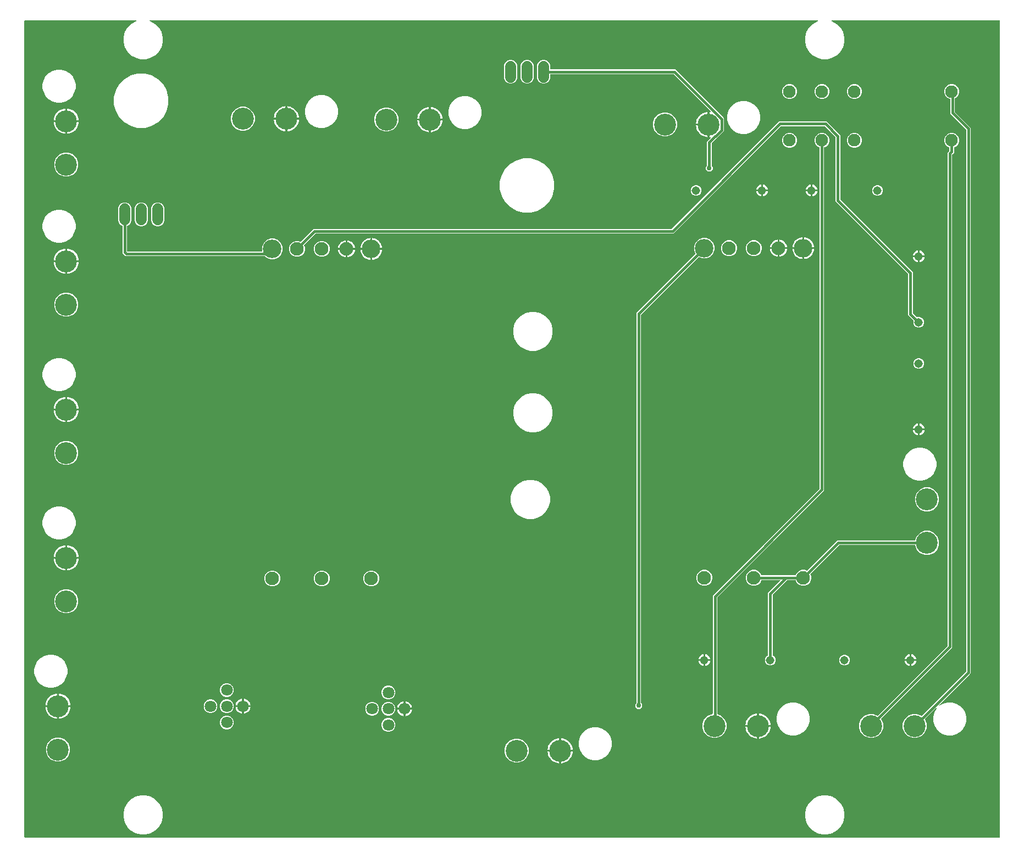
<source format=gbr>
G04 EAGLE Gerber RS-274X export*
G75*
%MOMM*%
%FSLAX34Y34*%
%LPD*%
%INBottom Copper*%
%IPPOS*%
%AMOC8*
5,1,8,0,0,1.08239X$1,22.5*%
G01*
%ADD10C,3.375000*%
%ADD11C,1.950000*%
%ADD12C,2.100000*%
%ADD13C,2.865000*%
%ADD14C,1.308000*%
%ADD15C,1.800000*%
%ADD16C,1.676400*%
%ADD17C,0.400000*%
%ADD18C,0.406400*%
%ADD19C,0.756400*%

G36*
X1539098Y680164D02*
X1539098Y680164D01*
X1539117Y680162D01*
X1539219Y680184D01*
X1539321Y680200D01*
X1539338Y680210D01*
X1539358Y680214D01*
X1539447Y680267D01*
X1539538Y680316D01*
X1539552Y680330D01*
X1539569Y680340D01*
X1539636Y680419D01*
X1539708Y680494D01*
X1539716Y680512D01*
X1539729Y680527D01*
X1539768Y680623D01*
X1539811Y680717D01*
X1539813Y680737D01*
X1539821Y680755D01*
X1539839Y680922D01*
X1539839Y1939078D01*
X1539836Y1939098D01*
X1539838Y1939117D01*
X1539816Y1939219D01*
X1539800Y1939321D01*
X1539790Y1939338D01*
X1539786Y1939358D01*
X1539733Y1939447D01*
X1539684Y1939538D01*
X1539670Y1939552D01*
X1539660Y1939569D01*
X1539581Y1939636D01*
X1539506Y1939708D01*
X1539488Y1939716D01*
X1539473Y1939729D01*
X1539377Y1939768D01*
X1539283Y1939811D01*
X1539263Y1939813D01*
X1539245Y1939821D01*
X1539078Y1939839D01*
X1280953Y1939839D01*
X1280929Y1939835D01*
X1280905Y1939838D01*
X1280808Y1939816D01*
X1280710Y1939800D01*
X1280689Y1939788D01*
X1280665Y1939783D01*
X1280580Y1939731D01*
X1280493Y1939684D01*
X1280476Y1939667D01*
X1280455Y1939654D01*
X1280392Y1939578D01*
X1280323Y1939506D01*
X1280313Y1939484D01*
X1280298Y1939466D01*
X1280261Y1939373D01*
X1280220Y1939283D01*
X1280217Y1939259D01*
X1280208Y1939237D01*
X1280203Y1939137D01*
X1280192Y1939039D01*
X1280198Y1939015D01*
X1280196Y1938991D01*
X1280224Y1938896D01*
X1280245Y1938798D01*
X1280257Y1938777D01*
X1280264Y1938754D01*
X1280320Y1938673D01*
X1280371Y1938587D01*
X1280389Y1938571D01*
X1280403Y1938552D01*
X1280482Y1938492D01*
X1280558Y1938427D01*
X1280580Y1938418D01*
X1280599Y1938404D01*
X1280756Y1938343D01*
X1281642Y1938105D01*
X1288519Y1934135D01*
X1294135Y1928519D01*
X1298105Y1921642D01*
X1300161Y1913971D01*
X1300161Y1906029D01*
X1298105Y1898358D01*
X1294135Y1891481D01*
X1288519Y1885865D01*
X1281642Y1881895D01*
X1273971Y1879839D01*
X1266029Y1879839D01*
X1258358Y1881895D01*
X1251481Y1885865D01*
X1245865Y1891481D01*
X1241895Y1898358D01*
X1239839Y1906029D01*
X1239839Y1913971D01*
X1241895Y1921642D01*
X1245865Y1928519D01*
X1251481Y1934135D01*
X1258358Y1938105D01*
X1259244Y1938343D01*
X1259266Y1938353D01*
X1259290Y1938357D01*
X1259378Y1938403D01*
X1259469Y1938444D01*
X1259486Y1938460D01*
X1259507Y1938472D01*
X1259576Y1938543D01*
X1259649Y1938611D01*
X1259660Y1938632D01*
X1259677Y1938650D01*
X1259719Y1938740D01*
X1259766Y1938827D01*
X1259770Y1938851D01*
X1259780Y1938873D01*
X1259791Y1938972D01*
X1259809Y1939070D01*
X1259805Y1939094D01*
X1259808Y1939117D01*
X1259787Y1939214D01*
X1259771Y1939313D01*
X1259760Y1939334D01*
X1259755Y1939358D01*
X1259704Y1939443D01*
X1259659Y1939532D01*
X1259641Y1939548D01*
X1259629Y1939569D01*
X1259554Y1939634D01*
X1259482Y1939703D01*
X1259461Y1939713D01*
X1259442Y1939729D01*
X1259350Y1939766D01*
X1259260Y1939809D01*
X1259236Y1939812D01*
X1259214Y1939821D01*
X1259047Y1939839D01*
X230953Y1939839D01*
X230929Y1939835D01*
X230905Y1939838D01*
X230808Y1939816D01*
X230710Y1939800D01*
X230689Y1939788D01*
X230665Y1939783D01*
X230580Y1939731D01*
X230493Y1939684D01*
X230476Y1939667D01*
X230455Y1939654D01*
X230392Y1939578D01*
X230323Y1939506D01*
X230313Y1939484D01*
X230298Y1939466D01*
X230261Y1939373D01*
X230220Y1939283D01*
X230217Y1939259D01*
X230208Y1939237D01*
X230203Y1939137D01*
X230192Y1939039D01*
X230198Y1939015D01*
X230196Y1938991D01*
X230224Y1938896D01*
X230245Y1938798D01*
X230257Y1938777D01*
X230264Y1938754D01*
X230320Y1938673D01*
X230371Y1938587D01*
X230389Y1938571D01*
X230403Y1938552D01*
X230482Y1938492D01*
X230558Y1938427D01*
X230580Y1938418D01*
X230599Y1938404D01*
X230756Y1938343D01*
X231642Y1938105D01*
X238519Y1934135D01*
X244135Y1928519D01*
X248105Y1921642D01*
X250161Y1913971D01*
X250161Y1906029D01*
X248105Y1898358D01*
X244135Y1891481D01*
X238519Y1885865D01*
X231642Y1881895D01*
X223971Y1879839D01*
X216029Y1879839D01*
X208358Y1881895D01*
X201481Y1885865D01*
X195865Y1891481D01*
X191895Y1898358D01*
X189839Y1906029D01*
X189839Y1913971D01*
X191895Y1921642D01*
X195865Y1928519D01*
X201481Y1934135D01*
X208358Y1938105D01*
X209244Y1938343D01*
X209266Y1938353D01*
X209290Y1938357D01*
X209378Y1938403D01*
X209469Y1938444D01*
X209486Y1938460D01*
X209507Y1938472D01*
X209576Y1938543D01*
X209649Y1938611D01*
X209660Y1938632D01*
X209677Y1938650D01*
X209719Y1938740D01*
X209766Y1938827D01*
X209770Y1938851D01*
X209780Y1938873D01*
X209791Y1938972D01*
X209809Y1939070D01*
X209805Y1939094D01*
X209808Y1939117D01*
X209787Y1939214D01*
X209771Y1939313D01*
X209760Y1939334D01*
X209755Y1939358D01*
X209704Y1939443D01*
X209659Y1939532D01*
X209641Y1939548D01*
X209629Y1939569D01*
X209554Y1939634D01*
X209482Y1939703D01*
X209461Y1939713D01*
X209442Y1939729D01*
X209350Y1939766D01*
X209260Y1939809D01*
X209236Y1939812D01*
X209214Y1939821D01*
X209047Y1939839D01*
X37922Y1939839D01*
X37902Y1939836D01*
X37883Y1939838D01*
X37781Y1939816D01*
X37679Y1939800D01*
X37662Y1939790D01*
X37642Y1939786D01*
X37553Y1939733D01*
X37462Y1939684D01*
X37448Y1939670D01*
X37431Y1939660D01*
X37364Y1939581D01*
X37292Y1939506D01*
X37284Y1939488D01*
X37271Y1939473D01*
X37232Y1939377D01*
X37189Y1939283D01*
X37187Y1939263D01*
X37179Y1939245D01*
X37161Y1939078D01*
X37161Y680922D01*
X37164Y680902D01*
X37162Y680883D01*
X37184Y680781D01*
X37200Y680679D01*
X37210Y680662D01*
X37214Y680642D01*
X37267Y680553D01*
X37316Y680462D01*
X37330Y680448D01*
X37340Y680431D01*
X37419Y680364D01*
X37494Y680292D01*
X37512Y680284D01*
X37527Y680271D01*
X37623Y680232D01*
X37717Y680189D01*
X37737Y680187D01*
X37755Y680179D01*
X37922Y680161D01*
X1539078Y680161D01*
X1539098Y680164D01*
G37*
%LPC*%
G36*
X1404820Y833770D02*
X1404820Y833770D01*
X1398057Y836571D01*
X1392881Y841747D01*
X1390080Y848510D01*
X1390080Y855830D01*
X1392881Y862593D01*
X1398057Y867769D01*
X1404820Y870570D01*
X1412140Y870570D01*
X1418536Y867920D01*
X1418649Y867894D01*
X1418763Y867865D01*
X1418769Y867866D01*
X1418775Y867864D01*
X1418892Y867875D01*
X1419008Y867884D01*
X1419014Y867887D01*
X1419020Y867887D01*
X1419128Y867935D01*
X1419235Y867981D01*
X1419240Y867985D01*
X1419245Y867987D01*
X1419259Y868000D01*
X1419365Y868085D01*
X1487708Y936428D01*
X1487761Y936502D01*
X1487821Y936572D01*
X1487833Y936602D01*
X1487852Y936628D01*
X1487879Y936715D01*
X1487913Y936800D01*
X1487917Y936841D01*
X1487924Y936863D01*
X1487923Y936895D01*
X1487931Y936967D01*
X1487931Y937610D01*
X1487945Y937644D01*
X1487949Y937685D01*
X1487956Y937707D01*
X1487955Y937739D01*
X1487963Y937811D01*
X1487963Y1770891D01*
X1487949Y1770981D01*
X1487941Y1771072D01*
X1487929Y1771101D01*
X1487924Y1771133D01*
X1487881Y1771214D01*
X1487845Y1771298D01*
X1487819Y1771330D01*
X1487808Y1771351D01*
X1487785Y1771373D01*
X1487740Y1771429D01*
X1463071Y1796098D01*
X1463071Y1818397D01*
X1463052Y1818512D01*
X1463035Y1818628D01*
X1463033Y1818633D01*
X1463032Y1818640D01*
X1462977Y1818742D01*
X1462924Y1818847D01*
X1462919Y1818851D01*
X1462916Y1818857D01*
X1462832Y1818937D01*
X1462748Y1819019D01*
X1462742Y1819023D01*
X1462738Y1819026D01*
X1462721Y1819034D01*
X1462601Y1819100D01*
X1459193Y1820512D01*
X1456022Y1823683D01*
X1454305Y1827827D01*
X1454305Y1832313D01*
X1456022Y1836457D01*
X1459193Y1839628D01*
X1463337Y1841345D01*
X1467823Y1841345D01*
X1471967Y1839628D01*
X1475138Y1836457D01*
X1476855Y1832313D01*
X1476855Y1827827D01*
X1475138Y1823683D01*
X1471967Y1820512D01*
X1470591Y1819942D01*
X1470491Y1819880D01*
X1470391Y1819820D01*
X1470387Y1819816D01*
X1470382Y1819812D01*
X1470307Y1819722D01*
X1470231Y1819633D01*
X1470229Y1819628D01*
X1470225Y1819623D01*
X1470183Y1819514D01*
X1470139Y1819405D01*
X1470138Y1819398D01*
X1470137Y1819393D01*
X1470136Y1819375D01*
X1470121Y1819239D01*
X1470121Y1799333D01*
X1470135Y1799243D01*
X1470143Y1799152D01*
X1470155Y1799123D01*
X1470160Y1799091D01*
X1470203Y1799010D01*
X1470239Y1798926D01*
X1470265Y1798894D01*
X1470276Y1798873D01*
X1470299Y1798851D01*
X1470344Y1798795D01*
X1495013Y1774126D01*
X1495013Y937811D01*
X1495027Y937720D01*
X1495035Y937630D01*
X1495045Y937606D01*
X1495045Y933705D01*
X1492738Y931398D01*
X1446154Y884814D01*
X1446140Y884794D01*
X1446121Y884779D01*
X1446068Y884695D01*
X1446010Y884614D01*
X1446003Y884591D01*
X1445991Y884571D01*
X1445967Y884474D01*
X1445938Y884379D01*
X1445939Y884355D01*
X1445933Y884332D01*
X1445942Y884233D01*
X1445944Y884133D01*
X1445953Y884111D01*
X1445955Y884087D01*
X1445995Y883996D01*
X1446029Y883902D01*
X1446044Y883884D01*
X1446054Y883861D01*
X1446120Y883788D01*
X1446183Y883710D01*
X1446203Y883697D01*
X1446219Y883679D01*
X1446306Y883631D01*
X1446390Y883577D01*
X1446413Y883571D01*
X1446434Y883560D01*
X1446532Y883542D01*
X1446628Y883517D01*
X1446652Y883519D01*
X1446676Y883515D01*
X1446774Y883529D01*
X1446873Y883536D01*
X1446895Y883546D01*
X1446919Y883549D01*
X1447073Y883617D01*
X1452672Y886849D01*
X1459135Y888581D01*
X1465825Y888581D01*
X1472288Y886849D01*
X1478083Y883504D01*
X1482814Y878773D01*
X1486159Y872978D01*
X1487891Y866515D01*
X1487891Y859825D01*
X1486159Y853362D01*
X1482814Y847567D01*
X1478083Y842836D01*
X1472288Y839491D01*
X1465825Y837759D01*
X1459135Y837759D01*
X1452672Y839491D01*
X1446877Y842836D01*
X1442146Y847567D01*
X1438801Y853362D01*
X1437069Y859825D01*
X1437069Y866515D01*
X1438801Y872978D01*
X1442033Y878577D01*
X1442042Y878600D01*
X1442056Y878619D01*
X1442085Y878714D01*
X1442120Y878807D01*
X1442121Y878831D01*
X1442128Y878854D01*
X1442126Y878953D01*
X1442130Y879053D01*
X1442123Y879076D01*
X1442122Y879100D01*
X1442088Y879194D01*
X1442060Y879289D01*
X1442046Y879309D01*
X1442038Y879331D01*
X1441975Y879409D01*
X1441918Y879490D01*
X1441899Y879504D01*
X1441884Y879523D01*
X1441800Y879577D01*
X1441720Y879636D01*
X1441697Y879643D01*
X1441677Y879656D01*
X1441581Y879680D01*
X1441486Y879711D01*
X1441462Y879710D01*
X1441438Y879716D01*
X1441340Y879709D01*
X1441240Y879707D01*
X1441217Y879699D01*
X1441193Y879697D01*
X1441102Y879658D01*
X1441008Y879625D01*
X1440989Y879610D01*
X1440967Y879601D01*
X1440836Y879496D01*
X1424395Y863055D01*
X1424328Y862962D01*
X1424258Y862867D01*
X1424256Y862861D01*
X1424252Y862856D01*
X1424218Y862745D01*
X1424181Y862633D01*
X1424181Y862627D01*
X1424180Y862621D01*
X1424183Y862504D01*
X1424184Y862387D01*
X1424186Y862380D01*
X1424186Y862375D01*
X1424192Y862357D01*
X1424230Y862226D01*
X1426880Y855830D01*
X1426880Y848510D01*
X1424079Y841747D01*
X1418903Y836571D01*
X1412140Y833770D01*
X1404820Y833770D01*
G37*
%LPD*%
%LPC*%
G36*
X1413176Y1466405D02*
X1413176Y1466405D01*
X1410212Y1467633D01*
X1407943Y1469902D01*
X1406715Y1472866D01*
X1406715Y1476074D01*
X1406953Y1476648D01*
X1406979Y1476761D01*
X1407008Y1476875D01*
X1407008Y1476881D01*
X1407009Y1476887D01*
X1406998Y1477004D01*
X1406989Y1477120D01*
X1406987Y1477126D01*
X1406986Y1477132D01*
X1406938Y1477240D01*
X1406893Y1477346D01*
X1406888Y1477352D01*
X1406886Y1477357D01*
X1406873Y1477371D01*
X1406788Y1477477D01*
X1398555Y1485710D01*
X1398555Y1488945D01*
X1398555Y1548895D01*
X1398540Y1548985D01*
X1398533Y1549076D01*
X1398521Y1549105D01*
X1398515Y1549137D01*
X1398473Y1549218D01*
X1398437Y1549302D01*
X1398411Y1549334D01*
X1398400Y1549355D01*
X1398377Y1549377D01*
X1398332Y1549433D01*
X1286795Y1660970D01*
X1286795Y1759715D01*
X1286781Y1759805D01*
X1286773Y1759896D01*
X1286761Y1759925D01*
X1286756Y1759957D01*
X1286713Y1760038D01*
X1286677Y1760122D01*
X1286651Y1760154D01*
X1286640Y1760175D01*
X1286617Y1760197D01*
X1286572Y1760253D01*
X1270287Y1776538D01*
X1270213Y1776591D01*
X1270144Y1776651D01*
X1270113Y1776663D01*
X1270087Y1776682D01*
X1270000Y1776709D01*
X1269915Y1776743D01*
X1269874Y1776747D01*
X1269852Y1776754D01*
X1269820Y1776753D01*
X1269749Y1776761D01*
X1202687Y1776761D01*
X1202597Y1776747D01*
X1202506Y1776739D01*
X1202477Y1776727D01*
X1202445Y1776722D01*
X1202364Y1776679D01*
X1202280Y1776643D01*
X1202248Y1776617D01*
X1202227Y1776606D01*
X1202205Y1776583D01*
X1202149Y1776538D01*
X1037018Y1611407D01*
X485899Y1611407D01*
X485809Y1611393D01*
X485718Y1611385D01*
X485689Y1611373D01*
X485657Y1611368D01*
X485576Y1611325D01*
X485492Y1611289D01*
X485460Y1611263D01*
X485439Y1611252D01*
X485417Y1611229D01*
X485361Y1611184D01*
X468074Y1593897D01*
X468007Y1593803D01*
X467936Y1593709D01*
X467934Y1593703D01*
X467931Y1593698D01*
X467897Y1593587D01*
X467860Y1593475D01*
X467860Y1593469D01*
X467858Y1593463D01*
X467861Y1593346D01*
X467862Y1593229D01*
X467865Y1593222D01*
X467865Y1593217D01*
X467871Y1593199D01*
X467909Y1593068D01*
X469225Y1589892D01*
X469225Y1585108D01*
X467394Y1580689D01*
X464011Y1577306D01*
X459592Y1575475D01*
X454808Y1575475D01*
X450389Y1577306D01*
X447006Y1580689D01*
X445175Y1585108D01*
X445175Y1589892D01*
X447006Y1594311D01*
X450389Y1597694D01*
X454808Y1599525D01*
X459592Y1599525D01*
X462049Y1598507D01*
X462163Y1598480D01*
X462277Y1598452D01*
X462283Y1598452D01*
X462289Y1598451D01*
X462405Y1598462D01*
X462522Y1598471D01*
X462527Y1598473D01*
X462534Y1598474D01*
X462641Y1598522D01*
X462748Y1598567D01*
X462754Y1598572D01*
X462759Y1598574D01*
X462772Y1598586D01*
X462879Y1598672D01*
X482664Y1618457D01*
X1033783Y1618457D01*
X1033873Y1618471D01*
X1033964Y1618479D01*
X1033993Y1618491D01*
X1034025Y1618496D01*
X1034106Y1618539D01*
X1034190Y1618575D01*
X1034222Y1618601D01*
X1034243Y1618612D01*
X1034265Y1618635D01*
X1034321Y1618680D01*
X1199452Y1783811D01*
X1272984Y1783811D01*
X1293845Y1762950D01*
X1293845Y1664205D01*
X1293859Y1664115D01*
X1293867Y1664024D01*
X1293879Y1663995D01*
X1293884Y1663963D01*
X1293927Y1663882D01*
X1293963Y1663798D01*
X1293989Y1663766D01*
X1294000Y1663745D01*
X1294023Y1663723D01*
X1294068Y1663667D01*
X1405605Y1552130D01*
X1405605Y1551757D01*
X1405605Y1488945D01*
X1405619Y1488855D01*
X1405627Y1488764D01*
X1405639Y1488735D01*
X1405644Y1488703D01*
X1405687Y1488622D01*
X1405723Y1488538D01*
X1405749Y1488506D01*
X1405760Y1488485D01*
X1405783Y1488463D01*
X1405828Y1488407D01*
X1411773Y1482462D01*
X1411868Y1482394D01*
X1411961Y1482324D01*
X1411967Y1482322D01*
X1411972Y1482319D01*
X1412084Y1482284D01*
X1412195Y1482248D01*
X1412201Y1482248D01*
X1412207Y1482246D01*
X1412324Y1482249D01*
X1412441Y1482250D01*
X1412448Y1482252D01*
X1412453Y1482253D01*
X1412471Y1482259D01*
X1412602Y1482297D01*
X1413176Y1482535D01*
X1416384Y1482535D01*
X1419348Y1481307D01*
X1421617Y1479038D01*
X1422845Y1476074D01*
X1422845Y1472866D01*
X1421617Y1469902D01*
X1419348Y1467633D01*
X1416384Y1466405D01*
X1413176Y1466405D01*
G37*
%LPD*%
%LPC*%
G36*
X1096520Y833770D02*
X1096520Y833770D01*
X1089757Y836571D01*
X1084581Y841747D01*
X1081780Y848510D01*
X1081780Y855830D01*
X1084581Y862593D01*
X1089757Y867769D01*
X1096520Y870570D01*
X1096550Y870570D01*
X1096570Y870573D01*
X1096589Y870571D01*
X1096691Y870593D01*
X1096793Y870609D01*
X1096810Y870619D01*
X1096830Y870623D01*
X1096919Y870676D01*
X1097010Y870725D01*
X1097024Y870739D01*
X1097041Y870749D01*
X1097108Y870828D01*
X1097180Y870903D01*
X1097188Y870921D01*
X1097201Y870936D01*
X1097240Y871032D01*
X1097283Y871126D01*
X1097285Y871146D01*
X1097293Y871164D01*
X1097311Y871331D01*
X1097311Y1053274D01*
X1261680Y1217643D01*
X1261733Y1217717D01*
X1261793Y1217786D01*
X1261805Y1217817D01*
X1261824Y1217843D01*
X1261851Y1217930D01*
X1261885Y1218015D01*
X1261889Y1218056D01*
X1261896Y1218078D01*
X1261895Y1218110D01*
X1261903Y1218181D01*
X1261903Y1743881D01*
X1261884Y1743995D01*
X1261867Y1744112D01*
X1261865Y1744117D01*
X1261864Y1744123D01*
X1261809Y1744226D01*
X1261756Y1744331D01*
X1261751Y1744335D01*
X1261748Y1744341D01*
X1261664Y1744421D01*
X1261580Y1744503D01*
X1261574Y1744507D01*
X1261570Y1744510D01*
X1261553Y1744518D01*
X1261433Y1744584D01*
X1259193Y1745512D01*
X1256022Y1748683D01*
X1254305Y1752827D01*
X1254305Y1757313D01*
X1256022Y1761457D01*
X1259193Y1764628D01*
X1263337Y1766345D01*
X1267823Y1766345D01*
X1271967Y1764628D01*
X1275138Y1761457D01*
X1276855Y1757313D01*
X1276855Y1752827D01*
X1275138Y1748683D01*
X1271967Y1745512D01*
X1269423Y1744458D01*
X1269323Y1744396D01*
X1269223Y1744336D01*
X1269219Y1744332D01*
X1269214Y1744328D01*
X1269139Y1744238D01*
X1269063Y1744150D01*
X1269061Y1744144D01*
X1269057Y1744139D01*
X1269015Y1744031D01*
X1268971Y1743921D01*
X1268970Y1743914D01*
X1268969Y1743909D01*
X1268968Y1743891D01*
X1268953Y1743755D01*
X1268953Y1214946D01*
X1104584Y1050577D01*
X1104531Y1050503D01*
X1104471Y1050434D01*
X1104459Y1050403D01*
X1104440Y1050377D01*
X1104413Y1050290D01*
X1104379Y1050205D01*
X1104375Y1050164D01*
X1104368Y1050142D01*
X1104369Y1050110D01*
X1104361Y1050039D01*
X1104361Y870863D01*
X1104380Y870748D01*
X1104397Y870632D01*
X1104399Y870626D01*
X1104400Y870620D01*
X1104455Y870517D01*
X1104508Y870412D01*
X1104513Y870408D01*
X1104516Y870403D01*
X1104600Y870323D01*
X1104684Y870240D01*
X1104690Y870237D01*
X1104694Y870233D01*
X1104711Y870225D01*
X1104831Y870159D01*
X1110603Y867769D01*
X1115779Y862593D01*
X1118580Y855830D01*
X1118580Y848510D01*
X1115779Y841747D01*
X1110603Y836571D01*
X1103840Y833770D01*
X1096520Y833770D01*
G37*
%LPD*%
%LPC*%
G36*
X1337820Y833770D02*
X1337820Y833770D01*
X1331057Y836571D01*
X1325881Y841747D01*
X1323080Y848510D01*
X1323080Y855830D01*
X1325881Y862593D01*
X1331057Y867769D01*
X1337820Y870570D01*
X1345140Y870570D01*
X1350954Y868161D01*
X1351068Y868135D01*
X1351181Y868106D01*
X1351187Y868107D01*
X1351194Y868105D01*
X1351310Y868116D01*
X1351426Y868125D01*
X1351432Y868128D01*
X1351438Y868128D01*
X1351546Y868176D01*
X1351653Y868222D01*
X1351659Y868226D01*
X1351663Y868228D01*
X1351677Y868241D01*
X1351784Y868326D01*
X1459006Y975549D01*
X1459059Y975623D01*
X1459119Y975692D01*
X1459131Y975723D01*
X1459150Y975749D01*
X1459177Y975836D01*
X1459211Y975921D01*
X1459215Y975962D01*
X1459222Y975984D01*
X1459221Y976016D01*
X1459229Y976087D01*
X1459229Y1736039D01*
X1461800Y1738610D01*
X1461853Y1738684D01*
X1461913Y1738754D01*
X1461925Y1738784D01*
X1461944Y1738810D01*
X1461971Y1738897D01*
X1462005Y1738982D01*
X1462009Y1739023D01*
X1462016Y1739045D01*
X1462015Y1739077D01*
X1462023Y1739149D01*
X1462023Y1743831D01*
X1462004Y1743946D01*
X1461987Y1744062D01*
X1461985Y1744067D01*
X1461984Y1744074D01*
X1461929Y1744176D01*
X1461876Y1744281D01*
X1461871Y1744286D01*
X1461868Y1744291D01*
X1461784Y1744371D01*
X1461700Y1744453D01*
X1461694Y1744457D01*
X1461690Y1744460D01*
X1461673Y1744468D01*
X1461553Y1744534D01*
X1459193Y1745512D01*
X1456022Y1748683D01*
X1454305Y1752827D01*
X1454305Y1757313D01*
X1456022Y1761457D01*
X1459193Y1764628D01*
X1463337Y1766345D01*
X1467823Y1766345D01*
X1471967Y1764628D01*
X1475138Y1761457D01*
X1476855Y1757313D01*
X1476855Y1752827D01*
X1475138Y1748683D01*
X1471967Y1745512D01*
X1469607Y1744534D01*
X1469507Y1744473D01*
X1469407Y1744413D01*
X1469403Y1744408D01*
X1469398Y1744405D01*
X1469323Y1744315D01*
X1469247Y1744226D01*
X1469245Y1744220D01*
X1469241Y1744215D01*
X1469199Y1744107D01*
X1469155Y1743998D01*
X1469154Y1743990D01*
X1469153Y1743986D01*
X1469152Y1743967D01*
X1469137Y1743831D01*
X1469137Y1735887D01*
X1466566Y1733316D01*
X1466513Y1733242D01*
X1466453Y1733172D01*
X1466441Y1733142D01*
X1466422Y1733116D01*
X1466395Y1733029D01*
X1466361Y1732944D01*
X1466357Y1732903D01*
X1466350Y1732881D01*
X1466351Y1732849D01*
X1466343Y1732777D01*
X1466343Y972871D01*
X1464155Y970683D01*
X1464122Y970669D01*
X1464090Y970643D01*
X1464069Y970632D01*
X1464047Y970609D01*
X1463991Y970564D01*
X1357087Y863660D01*
X1357076Y863644D01*
X1357060Y863632D01*
X1357004Y863545D01*
X1356944Y863461D01*
X1356938Y863442D01*
X1356927Y863425D01*
X1356902Y863325D01*
X1356871Y863226D01*
X1356872Y863206D01*
X1356867Y863186D01*
X1356875Y863083D01*
X1356878Y862980D01*
X1356885Y862961D01*
X1356886Y862941D01*
X1356927Y862846D01*
X1356962Y862749D01*
X1356975Y862733D01*
X1356982Y862715D01*
X1357077Y862597D01*
X1359880Y855830D01*
X1359880Y848510D01*
X1357079Y841747D01*
X1351903Y836571D01*
X1345140Y833770D01*
X1337820Y833770D01*
G37*
%LPD*%
%LPC*%
G36*
X981290Y878359D02*
X981290Y878359D01*
X978181Y881468D01*
X978181Y885864D01*
X979708Y887391D01*
X979761Y887465D01*
X979821Y887535D01*
X979833Y887565D01*
X979852Y887591D01*
X979879Y887678D01*
X979913Y887763D01*
X979917Y887804D01*
X979924Y887826D01*
X979923Y887858D01*
X979931Y887929D01*
X979931Y1489151D01*
X982238Y1491458D01*
X1070616Y1579836D01*
X1070684Y1579930D01*
X1070754Y1580025D01*
X1070756Y1580031D01*
X1070760Y1580036D01*
X1070794Y1580147D01*
X1070830Y1580259D01*
X1070830Y1580265D01*
X1070832Y1580271D01*
X1070829Y1580386D01*
X1070828Y1580505D01*
X1070826Y1580512D01*
X1070826Y1580517D01*
X1070819Y1580534D01*
X1070781Y1580666D01*
X1068730Y1585617D01*
X1068730Y1591923D01*
X1071143Y1597748D01*
X1075602Y1602207D01*
X1081427Y1604620D01*
X1087733Y1604620D01*
X1093558Y1602207D01*
X1098017Y1597748D01*
X1100430Y1591923D01*
X1100430Y1585617D01*
X1098017Y1579792D01*
X1093558Y1575333D01*
X1087733Y1572920D01*
X1081427Y1572920D01*
X1076476Y1574971D01*
X1076362Y1574998D01*
X1076249Y1575026D01*
X1076242Y1575026D01*
X1076236Y1575027D01*
X1076120Y1575016D01*
X1076003Y1575007D01*
X1075998Y1575005D01*
X1075991Y1575004D01*
X1075884Y1574956D01*
X1075777Y1574911D01*
X1075771Y1574906D01*
X1075767Y1574904D01*
X1075753Y1574892D01*
X1075646Y1574806D01*
X987268Y1486428D01*
X987215Y1486354D01*
X987155Y1486284D01*
X987143Y1486254D01*
X987124Y1486228D01*
X987097Y1486141D01*
X987063Y1486056D01*
X987059Y1486015D01*
X987052Y1485993D01*
X987053Y1485961D01*
X987045Y1485889D01*
X987045Y887929D01*
X987059Y887839D01*
X987067Y887748D01*
X987079Y887719D01*
X987084Y887687D01*
X987127Y887606D01*
X987163Y887522D01*
X987189Y887490D01*
X987200Y887469D01*
X987223Y887447D01*
X987268Y887391D01*
X988795Y885864D01*
X988795Y881468D01*
X985686Y878359D01*
X981290Y878359D01*
G37*
%LPD*%
%LPC*%
G36*
X806012Y1643379D02*
X806012Y1643379D01*
X795353Y1646235D01*
X785796Y1651753D01*
X777993Y1659556D01*
X772475Y1669113D01*
X769619Y1679772D01*
X769619Y1690808D01*
X772475Y1701467D01*
X777993Y1711024D01*
X785796Y1718827D01*
X795353Y1724345D01*
X806012Y1727201D01*
X817048Y1727201D01*
X827707Y1724345D01*
X837264Y1718827D01*
X845067Y1711024D01*
X850585Y1701467D01*
X853441Y1690808D01*
X853441Y1679772D01*
X850585Y1669113D01*
X845067Y1659556D01*
X837264Y1651753D01*
X827707Y1646235D01*
X817048Y1643379D01*
X806012Y1643379D01*
G37*
%LPD*%
%LPC*%
G36*
X211652Y1774189D02*
X211652Y1774189D01*
X200993Y1777045D01*
X191436Y1782563D01*
X183633Y1790366D01*
X178115Y1799923D01*
X175259Y1810582D01*
X175259Y1821618D01*
X178115Y1832277D01*
X183633Y1841834D01*
X191436Y1849637D01*
X200993Y1855155D01*
X211652Y1858011D01*
X222688Y1858011D01*
X233347Y1855155D01*
X242904Y1849637D01*
X250707Y1841834D01*
X256225Y1832277D01*
X259081Y1821618D01*
X259081Y1810582D01*
X256225Y1799923D01*
X250707Y1790366D01*
X242904Y1782563D01*
X233347Y1777045D01*
X222688Y1774189D01*
X211652Y1774189D01*
G37*
%LPD*%
%LPC*%
G36*
X1184576Y945705D02*
X1184576Y945705D01*
X1181612Y946933D01*
X1179343Y949202D01*
X1178115Y952166D01*
X1178115Y955374D01*
X1179343Y958338D01*
X1181612Y960607D01*
X1182185Y960845D01*
X1182285Y960906D01*
X1182385Y960966D01*
X1182389Y960971D01*
X1182394Y960974D01*
X1182469Y961064D01*
X1182545Y961153D01*
X1182547Y961159D01*
X1182551Y961164D01*
X1182593Y961272D01*
X1182637Y961381D01*
X1182638Y961389D01*
X1182639Y961393D01*
X1182640Y961412D01*
X1182655Y961548D01*
X1182655Y1057338D01*
X1201263Y1075946D01*
X1201305Y1076004D01*
X1201354Y1076056D01*
X1201376Y1076103D01*
X1201407Y1076145D01*
X1201428Y1076214D01*
X1201458Y1076279D01*
X1201464Y1076331D01*
X1201479Y1076381D01*
X1201477Y1076452D01*
X1201485Y1076523D01*
X1201474Y1076574D01*
X1201473Y1076626D01*
X1201448Y1076694D01*
X1201433Y1076764D01*
X1201406Y1076809D01*
X1201388Y1076857D01*
X1201343Y1076913D01*
X1201307Y1076975D01*
X1201267Y1077009D01*
X1201234Y1077049D01*
X1201174Y1077088D01*
X1201120Y1077135D01*
X1201071Y1077154D01*
X1201027Y1077182D01*
X1200958Y1077200D01*
X1200891Y1077227D01*
X1200820Y1077235D01*
X1200789Y1077243D01*
X1200766Y1077241D01*
X1200725Y1077245D01*
X1172844Y1077245D01*
X1172729Y1077226D01*
X1172613Y1077209D01*
X1172608Y1077207D01*
X1172601Y1077206D01*
X1172499Y1077151D01*
X1172394Y1077098D01*
X1172389Y1077093D01*
X1172384Y1077090D01*
X1172304Y1077006D01*
X1172222Y1076922D01*
X1172218Y1076916D01*
X1172215Y1076912D01*
X1172207Y1076895D01*
X1172141Y1076775D01*
X1170974Y1073959D01*
X1167591Y1070576D01*
X1163172Y1068745D01*
X1158388Y1068745D01*
X1153969Y1070576D01*
X1150586Y1073959D01*
X1148755Y1078378D01*
X1148755Y1083162D01*
X1150586Y1087581D01*
X1153969Y1090964D01*
X1158388Y1092795D01*
X1163172Y1092795D01*
X1167591Y1090964D01*
X1170974Y1087581D01*
X1172141Y1084765D01*
X1172202Y1084665D01*
X1172262Y1084565D01*
X1172267Y1084561D01*
X1172270Y1084556D01*
X1172360Y1084481D01*
X1172449Y1084405D01*
X1172455Y1084403D01*
X1172460Y1084399D01*
X1172568Y1084357D01*
X1172677Y1084313D01*
X1172685Y1084312D01*
X1172690Y1084311D01*
X1172708Y1084310D01*
X1172844Y1084295D01*
X1224916Y1084295D01*
X1225031Y1084314D01*
X1225147Y1084331D01*
X1225152Y1084333D01*
X1225159Y1084334D01*
X1225261Y1084389D01*
X1225366Y1084442D01*
X1225371Y1084447D01*
X1225376Y1084450D01*
X1225456Y1084534D01*
X1225538Y1084618D01*
X1225542Y1084624D01*
X1225545Y1084628D01*
X1225553Y1084645D01*
X1225619Y1084765D01*
X1226786Y1087581D01*
X1230169Y1090964D01*
X1234588Y1092795D01*
X1239372Y1092795D01*
X1242189Y1091628D01*
X1242302Y1091601D01*
X1242416Y1091573D01*
X1242422Y1091573D01*
X1242428Y1091572D01*
X1242545Y1091583D01*
X1242661Y1091592D01*
X1242667Y1091594D01*
X1242673Y1091595D01*
X1242781Y1091643D01*
X1242887Y1091688D01*
X1242893Y1091693D01*
X1242898Y1091695D01*
X1242912Y1091708D01*
X1243018Y1091793D01*
X1286932Y1135707D01*
X1289220Y1137995D01*
X1408516Y1137995D01*
X1408630Y1138014D01*
X1408747Y1138031D01*
X1408752Y1138033D01*
X1408758Y1138034D01*
X1408861Y1138089D01*
X1408966Y1138142D01*
X1408970Y1138147D01*
X1408976Y1138150D01*
X1409056Y1138234D01*
X1409138Y1138318D01*
X1409142Y1138324D01*
X1409145Y1138328D01*
X1409153Y1138345D01*
X1409219Y1138465D01*
X1411881Y1144893D01*
X1417057Y1150069D01*
X1423820Y1152870D01*
X1431140Y1152870D01*
X1437903Y1150069D01*
X1443079Y1144893D01*
X1445880Y1138130D01*
X1445880Y1130810D01*
X1443079Y1124047D01*
X1437903Y1118871D01*
X1431140Y1116070D01*
X1423820Y1116070D01*
X1417057Y1118871D01*
X1411881Y1124047D01*
X1409219Y1130475D01*
X1409157Y1130575D01*
X1409097Y1130675D01*
X1409093Y1130679D01*
X1409089Y1130684D01*
X1408999Y1130759D01*
X1408911Y1130835D01*
X1408905Y1130837D01*
X1408900Y1130841D01*
X1408791Y1130883D01*
X1408682Y1130927D01*
X1408675Y1130928D01*
X1408670Y1130929D01*
X1408652Y1130930D01*
X1408516Y1130945D01*
X1292455Y1130945D01*
X1292365Y1130931D01*
X1292274Y1130923D01*
X1292245Y1130911D01*
X1292213Y1130906D01*
X1292132Y1130863D01*
X1292048Y1130827D01*
X1292016Y1130801D01*
X1291995Y1130790D01*
X1291973Y1130767D01*
X1291917Y1130722D01*
X1248003Y1086808D01*
X1247935Y1086714D01*
X1247865Y1086620D01*
X1247863Y1086614D01*
X1247859Y1086609D01*
X1247825Y1086498D01*
X1247789Y1086386D01*
X1247789Y1086379D01*
X1247787Y1086373D01*
X1247790Y1086257D01*
X1247791Y1086140D01*
X1247793Y1086133D01*
X1247793Y1086128D01*
X1247800Y1086110D01*
X1247838Y1085979D01*
X1249005Y1083162D01*
X1249005Y1078378D01*
X1247174Y1073959D01*
X1243791Y1070576D01*
X1239372Y1068745D01*
X1234588Y1068745D01*
X1230169Y1070576D01*
X1226786Y1073959D01*
X1225830Y1076267D01*
X1225768Y1076367D01*
X1225708Y1076467D01*
X1225703Y1076471D01*
X1225700Y1076476D01*
X1225610Y1076551D01*
X1225521Y1076627D01*
X1225515Y1076629D01*
X1225510Y1076633D01*
X1225402Y1076675D01*
X1225293Y1076719D01*
X1225285Y1076720D01*
X1225281Y1076721D01*
X1225263Y1076722D01*
X1225126Y1076737D01*
X1212339Y1076737D01*
X1212249Y1076723D01*
X1212158Y1076715D01*
X1212129Y1076703D01*
X1212097Y1076698D01*
X1212016Y1076655D01*
X1211932Y1076619D01*
X1211900Y1076593D01*
X1211879Y1076582D01*
X1211857Y1076559D01*
X1211801Y1076514D01*
X1189928Y1054641D01*
X1189875Y1054567D01*
X1189815Y1054498D01*
X1189803Y1054467D01*
X1189784Y1054441D01*
X1189757Y1054354D01*
X1189723Y1054269D01*
X1189719Y1054228D01*
X1189712Y1054206D01*
X1189713Y1054174D01*
X1189705Y1054103D01*
X1189705Y961548D01*
X1189723Y961433D01*
X1189741Y961317D01*
X1189743Y961311D01*
X1189744Y961305D01*
X1189799Y961202D01*
X1189852Y961098D01*
X1189857Y961093D01*
X1189860Y961088D01*
X1189945Y961007D01*
X1190028Y960925D01*
X1190034Y960922D01*
X1190038Y960918D01*
X1190055Y960910D01*
X1190175Y960845D01*
X1190748Y960607D01*
X1193017Y958338D01*
X1194245Y955374D01*
X1194245Y952166D01*
X1193017Y949202D01*
X1190748Y946933D01*
X1187784Y945705D01*
X1184576Y945705D01*
G37*
%LPD*%
%LPC*%
G36*
X1090002Y1706653D02*
X1090002Y1706653D01*
X1086893Y1709762D01*
X1086893Y1714158D01*
X1088420Y1715685D01*
X1088462Y1715744D01*
X1088510Y1715794D01*
X1088518Y1715811D01*
X1088533Y1715829D01*
X1088545Y1715859D01*
X1088564Y1715885D01*
X1088586Y1715958D01*
X1088614Y1716017D01*
X1088616Y1716034D01*
X1088625Y1716057D01*
X1088629Y1716098D01*
X1088636Y1716120D01*
X1088635Y1716152D01*
X1088643Y1716223D01*
X1088643Y1753069D01*
X1094324Y1758750D01*
X1094395Y1758849D01*
X1094466Y1758946D01*
X1094466Y1758948D01*
X1094467Y1758950D01*
X1094503Y1759064D01*
X1094539Y1759181D01*
X1094539Y1759183D01*
X1094540Y1759185D01*
X1094537Y1759306D01*
X1094534Y1759427D01*
X1094533Y1759429D01*
X1094533Y1759431D01*
X1094491Y1759546D01*
X1094451Y1759658D01*
X1094450Y1759660D01*
X1094449Y1759662D01*
X1094373Y1759757D01*
X1094298Y1759851D01*
X1094297Y1759852D01*
X1094295Y1759854D01*
X1094193Y1759920D01*
X1094092Y1759985D01*
X1094090Y1759986D01*
X1094088Y1759987D01*
X1093972Y1760016D01*
X1093854Y1760046D01*
X1093851Y1760046D01*
X1093850Y1760047D01*
X1093842Y1760046D01*
X1093686Y1760043D01*
X1092503Y1759887D01*
X1092503Y1778508D01*
X1092500Y1778528D01*
X1092502Y1778547D01*
X1092480Y1778649D01*
X1092463Y1778751D01*
X1092454Y1778768D01*
X1092450Y1778788D01*
X1092397Y1778877D01*
X1092348Y1778968D01*
X1092334Y1778982D01*
X1092324Y1778999D01*
X1092245Y1779066D01*
X1092170Y1779137D01*
X1092152Y1779146D01*
X1092137Y1779159D01*
X1092041Y1779197D01*
X1091947Y1779241D01*
X1091927Y1779243D01*
X1091909Y1779251D01*
X1091742Y1779269D01*
X1090979Y1779269D01*
X1090979Y1779271D01*
X1091742Y1779271D01*
X1091762Y1779274D01*
X1091781Y1779272D01*
X1091883Y1779294D01*
X1091985Y1779311D01*
X1092002Y1779320D01*
X1092022Y1779324D01*
X1092111Y1779377D01*
X1092202Y1779426D01*
X1092216Y1779440D01*
X1092233Y1779450D01*
X1092300Y1779529D01*
X1092371Y1779604D01*
X1092380Y1779622D01*
X1092393Y1779637D01*
X1092432Y1779733D01*
X1092475Y1779827D01*
X1092477Y1779847D01*
X1092485Y1779865D01*
X1092503Y1780032D01*
X1092503Y1798653D01*
X1093686Y1798497D01*
X1093808Y1798501D01*
X1093928Y1798504D01*
X1093930Y1798505D01*
X1093932Y1798505D01*
X1094045Y1798547D01*
X1094159Y1798588D01*
X1094161Y1798590D01*
X1094163Y1798590D01*
X1094256Y1798666D01*
X1094351Y1798742D01*
X1094352Y1798744D01*
X1094354Y1798745D01*
X1094417Y1798845D01*
X1094484Y1798949D01*
X1094485Y1798951D01*
X1094486Y1798953D01*
X1094514Y1799067D01*
X1094544Y1799188D01*
X1094544Y1799190D01*
X1094544Y1799192D01*
X1094534Y1799315D01*
X1094525Y1799433D01*
X1094524Y1799435D01*
X1094524Y1799437D01*
X1094475Y1799550D01*
X1094429Y1799659D01*
X1094427Y1799661D01*
X1094426Y1799663D01*
X1094421Y1799668D01*
X1094324Y1799790D01*
X1037344Y1856770D01*
X1037270Y1856823D01*
X1037200Y1856883D01*
X1037170Y1856895D01*
X1037144Y1856914D01*
X1037057Y1856941D01*
X1036972Y1856975D01*
X1036931Y1856979D01*
X1036909Y1856986D01*
X1036877Y1856985D01*
X1036805Y1856993D01*
X847598Y1856993D01*
X847578Y1856990D01*
X847559Y1856992D01*
X847457Y1856970D01*
X847355Y1856954D01*
X847338Y1856944D01*
X847318Y1856940D01*
X847229Y1856887D01*
X847138Y1856838D01*
X847124Y1856824D01*
X847107Y1856814D01*
X847040Y1856735D01*
X846968Y1856660D01*
X846960Y1856642D01*
X846947Y1856627D01*
X846908Y1856531D01*
X846865Y1856437D01*
X846863Y1856417D01*
X846855Y1856399D01*
X846837Y1856232D01*
X846837Y1850197D01*
X845329Y1846556D01*
X842542Y1843769D01*
X838901Y1842261D01*
X834959Y1842261D01*
X831318Y1843769D01*
X828531Y1846556D01*
X827023Y1850197D01*
X827023Y1870903D01*
X828531Y1874544D01*
X831318Y1877331D01*
X834959Y1878839D01*
X838901Y1878839D01*
X842542Y1877331D01*
X845329Y1874544D01*
X846837Y1870903D01*
X846837Y1864868D01*
X846840Y1864848D01*
X846838Y1864829D01*
X846860Y1864727D01*
X846876Y1864625D01*
X846886Y1864608D01*
X846890Y1864588D01*
X846943Y1864499D01*
X846992Y1864408D01*
X847006Y1864394D01*
X847016Y1864377D01*
X847095Y1864310D01*
X847170Y1864238D01*
X847188Y1864230D01*
X847203Y1864217D01*
X847299Y1864178D01*
X847393Y1864135D01*
X847413Y1864133D01*
X847431Y1864125D01*
X847598Y1864107D01*
X1040067Y1864107D01*
X1114968Y1789206D01*
X1114968Y1769334D01*
X1095980Y1750346D01*
X1095927Y1750272D01*
X1095867Y1750202D01*
X1095855Y1750172D01*
X1095836Y1750146D01*
X1095809Y1750059D01*
X1095775Y1749974D01*
X1095771Y1749933D01*
X1095764Y1749911D01*
X1095765Y1749879D01*
X1095757Y1749808D01*
X1095757Y1716223D01*
X1095761Y1716198D01*
X1095759Y1716183D01*
X1095772Y1716122D01*
X1095779Y1716042D01*
X1095791Y1716013D01*
X1095796Y1715981D01*
X1095808Y1715959D01*
X1095811Y1715942D01*
X1095845Y1715886D01*
X1095875Y1715816D01*
X1095901Y1715784D01*
X1095912Y1715763D01*
X1095927Y1715748D01*
X1095938Y1715731D01*
X1095954Y1715717D01*
X1095980Y1715685D01*
X1097507Y1714158D01*
X1097507Y1709762D01*
X1094398Y1706653D01*
X1090002Y1706653D01*
G37*
%LPD*%
%LPC*%
G36*
X415947Y1571650D02*
X415947Y1571650D01*
X410122Y1574063D01*
X408085Y1576100D01*
X408011Y1576153D01*
X407941Y1576213D01*
X407911Y1576225D01*
X407885Y1576244D01*
X407798Y1576271D01*
X407713Y1576305D01*
X407672Y1576309D01*
X407650Y1576316D01*
X407618Y1576315D01*
X407547Y1576323D01*
X192837Y1576323D01*
X188213Y1580947D01*
X188213Y1622700D01*
X188194Y1622814D01*
X188177Y1622931D01*
X188175Y1622936D01*
X188174Y1622942D01*
X188119Y1623045D01*
X188066Y1623150D01*
X188061Y1623154D01*
X188058Y1623160D01*
X187975Y1623239D01*
X187890Y1623322D01*
X187884Y1623326D01*
X187880Y1623329D01*
X187863Y1623337D01*
X187743Y1623403D01*
X186158Y1624059D01*
X183371Y1626846D01*
X181863Y1630487D01*
X181863Y1651193D01*
X183371Y1654834D01*
X186158Y1657621D01*
X189799Y1659129D01*
X193741Y1659129D01*
X197382Y1657621D01*
X200169Y1654834D01*
X201677Y1651193D01*
X201677Y1630487D01*
X200169Y1626846D01*
X197382Y1624059D01*
X195797Y1623403D01*
X195697Y1623341D01*
X195597Y1623281D01*
X195593Y1623277D01*
X195588Y1623273D01*
X195513Y1623183D01*
X195437Y1623095D01*
X195435Y1623089D01*
X195431Y1623084D01*
X195389Y1622975D01*
X195345Y1622866D01*
X195344Y1622859D01*
X195343Y1622854D01*
X195342Y1622836D01*
X195327Y1622700D01*
X195327Y1584209D01*
X195341Y1584118D01*
X195349Y1584028D01*
X195361Y1583998D01*
X195366Y1583966D01*
X195390Y1583922D01*
X195391Y1583918D01*
X195400Y1583902D01*
X195409Y1583885D01*
X195445Y1583801D01*
X195471Y1583769D01*
X195482Y1583748D01*
X195505Y1583726D01*
X195506Y1583724D01*
X195517Y1583707D01*
X195528Y1583698D01*
X195550Y1583670D01*
X195560Y1583660D01*
X195621Y1583616D01*
X195660Y1583579D01*
X195674Y1583573D01*
X195704Y1583547D01*
X195734Y1583535D01*
X195760Y1583516D01*
X195847Y1583489D01*
X195932Y1583455D01*
X195973Y1583451D01*
X195995Y1583444D01*
X196027Y1583445D01*
X196099Y1583437D01*
X402489Y1583437D01*
X402509Y1583440D01*
X402528Y1583438D01*
X402630Y1583460D01*
X402732Y1583476D01*
X402749Y1583486D01*
X402769Y1583490D01*
X402858Y1583543D01*
X402949Y1583592D01*
X402963Y1583606D01*
X402980Y1583616D01*
X403047Y1583695D01*
X403119Y1583770D01*
X403127Y1583788D01*
X403140Y1583803D01*
X403179Y1583899D01*
X403222Y1583993D01*
X403224Y1584013D01*
X403232Y1584031D01*
X403250Y1584198D01*
X403250Y1590653D01*
X405663Y1596478D01*
X410122Y1600937D01*
X415947Y1603350D01*
X422253Y1603350D01*
X428078Y1600937D01*
X432537Y1596478D01*
X434950Y1590653D01*
X434950Y1584347D01*
X432537Y1578522D01*
X428078Y1574063D01*
X422253Y1571650D01*
X415947Y1571650D01*
G37*
%LPD*%
%LPC*%
G36*
X216029Y684839D02*
X216029Y684839D01*
X208358Y686895D01*
X201481Y690865D01*
X195865Y696481D01*
X191895Y703358D01*
X189839Y711029D01*
X189839Y718971D01*
X191895Y726642D01*
X195865Y733519D01*
X201481Y739135D01*
X208358Y743105D01*
X216029Y745161D01*
X223971Y745161D01*
X231642Y743105D01*
X238519Y739135D01*
X244135Y733519D01*
X248105Y726642D01*
X250161Y718971D01*
X250161Y711029D01*
X248105Y703358D01*
X244135Y696481D01*
X238519Y690865D01*
X231642Y686895D01*
X223971Y684839D01*
X216029Y684839D01*
G37*
%LPD*%
%LPC*%
G36*
X1266029Y684839D02*
X1266029Y684839D01*
X1258358Y686895D01*
X1251481Y690865D01*
X1245865Y696481D01*
X1241895Y703358D01*
X1239839Y711029D01*
X1239839Y718971D01*
X1241895Y726642D01*
X1245865Y733519D01*
X1251481Y739135D01*
X1258358Y743105D01*
X1266029Y745161D01*
X1273971Y745161D01*
X1281642Y743105D01*
X1288519Y739135D01*
X1294135Y733519D01*
X1298105Y726642D01*
X1300161Y718971D01*
X1300161Y711029D01*
X1298105Y703358D01*
X1294135Y696481D01*
X1288519Y690865D01*
X1281642Y686895D01*
X1273971Y684839D01*
X1266029Y684839D01*
G37*
%LPD*%
%LPC*%
G36*
X812639Y1171249D02*
X812639Y1171249D01*
X804968Y1173305D01*
X798091Y1177275D01*
X792475Y1182891D01*
X788505Y1189768D01*
X786449Y1197439D01*
X786449Y1205381D01*
X788505Y1213052D01*
X792475Y1219929D01*
X798091Y1225545D01*
X804968Y1229515D01*
X812639Y1231571D01*
X820581Y1231571D01*
X828252Y1229515D01*
X835129Y1225545D01*
X840745Y1219929D01*
X844715Y1213052D01*
X846771Y1205381D01*
X846771Y1197439D01*
X844715Y1189768D01*
X840745Y1182891D01*
X835129Y1177275D01*
X828252Y1173305D01*
X820581Y1171249D01*
X812639Y1171249D01*
G37*
%LPD*%
%LPC*%
G36*
X816449Y1304599D02*
X816449Y1304599D01*
X808778Y1306655D01*
X801901Y1310625D01*
X796285Y1316241D01*
X792315Y1323118D01*
X790259Y1330789D01*
X790259Y1338731D01*
X792315Y1346402D01*
X796285Y1353279D01*
X801901Y1358895D01*
X808778Y1362865D01*
X816449Y1364921D01*
X824391Y1364921D01*
X832062Y1362865D01*
X838939Y1358895D01*
X844555Y1353279D01*
X848525Y1346402D01*
X850581Y1338731D01*
X850581Y1330789D01*
X848525Y1323118D01*
X844555Y1316241D01*
X838939Y1310625D01*
X832062Y1306655D01*
X824391Y1304599D01*
X816449Y1304599D01*
G37*
%LPD*%
%LPC*%
G36*
X816449Y1430329D02*
X816449Y1430329D01*
X808778Y1432385D01*
X801901Y1436355D01*
X796285Y1441971D01*
X792315Y1448848D01*
X790259Y1456519D01*
X790259Y1464461D01*
X792315Y1472132D01*
X796285Y1479009D01*
X801901Y1484625D01*
X808778Y1488595D01*
X816449Y1490651D01*
X824391Y1490651D01*
X832062Y1488595D01*
X838939Y1484625D01*
X844555Y1479009D01*
X848525Y1472132D01*
X850581Y1464461D01*
X850581Y1456519D01*
X848525Y1448848D01*
X844555Y1441971D01*
X838939Y1436355D01*
X832062Y1432385D01*
X824391Y1430329D01*
X816449Y1430329D01*
G37*
%LPD*%
%LPC*%
G36*
X87255Y1368489D02*
X87255Y1368489D01*
X80792Y1370221D01*
X74997Y1373566D01*
X70266Y1378297D01*
X66921Y1384092D01*
X65189Y1390555D01*
X65189Y1397245D01*
X66921Y1403708D01*
X70266Y1409503D01*
X74997Y1414234D01*
X80792Y1417579D01*
X87255Y1419311D01*
X93945Y1419311D01*
X100408Y1417579D01*
X106203Y1414234D01*
X110934Y1409503D01*
X114279Y1403708D01*
X116011Y1397245D01*
X116011Y1390555D01*
X114279Y1384092D01*
X110934Y1378297D01*
X106203Y1373566D01*
X100408Y1370221D01*
X93945Y1368489D01*
X87255Y1368489D01*
G37*
%LPD*%
%LPC*%
G36*
X1413135Y1230059D02*
X1413135Y1230059D01*
X1406672Y1231791D01*
X1400877Y1235136D01*
X1396146Y1239867D01*
X1392801Y1245662D01*
X1391069Y1252125D01*
X1391069Y1258815D01*
X1392801Y1265278D01*
X1396146Y1271073D01*
X1400877Y1275804D01*
X1406672Y1279149D01*
X1413135Y1280881D01*
X1419825Y1280881D01*
X1426288Y1279149D01*
X1432083Y1275804D01*
X1436814Y1271073D01*
X1440159Y1265278D01*
X1441891Y1258815D01*
X1441891Y1252125D01*
X1440159Y1245662D01*
X1436814Y1239867D01*
X1432083Y1235136D01*
X1426288Y1231791D01*
X1419825Y1230059D01*
X1413135Y1230059D01*
G37*
%LPD*%
%LPC*%
G36*
X74555Y911289D02*
X74555Y911289D01*
X68092Y913021D01*
X62297Y916366D01*
X57566Y921097D01*
X54221Y926892D01*
X52489Y933355D01*
X52489Y940045D01*
X54221Y946508D01*
X57566Y952303D01*
X62297Y957034D01*
X68092Y960379D01*
X74555Y962111D01*
X81245Y962111D01*
X87708Y960379D01*
X93503Y957034D01*
X98234Y952303D01*
X101579Y946508D01*
X103311Y940045D01*
X103311Y933355D01*
X101579Y926892D01*
X98234Y921097D01*
X93503Y916366D01*
X87708Y913021D01*
X81245Y911289D01*
X74555Y911289D01*
G37*
%LPD*%
%LPC*%
G36*
X712375Y1772479D02*
X712375Y1772479D01*
X705912Y1774211D01*
X700117Y1777556D01*
X695386Y1782287D01*
X692041Y1788082D01*
X690309Y1794545D01*
X690309Y1801235D01*
X692041Y1807698D01*
X695386Y1813493D01*
X700117Y1818224D01*
X705912Y1821569D01*
X712375Y1823301D01*
X719065Y1823301D01*
X725528Y1821569D01*
X731323Y1818224D01*
X736054Y1813493D01*
X739399Y1807698D01*
X741131Y1801235D01*
X741131Y1794545D01*
X739399Y1788082D01*
X736054Y1782287D01*
X731323Y1777556D01*
X725528Y1774211D01*
X719065Y1772479D01*
X712375Y1772479D01*
G37*
%LPD*%
%LPC*%
G36*
X1141635Y1764859D02*
X1141635Y1764859D01*
X1135172Y1766591D01*
X1129377Y1769936D01*
X1124646Y1774667D01*
X1121301Y1780462D01*
X1119569Y1786925D01*
X1119569Y1793615D01*
X1121301Y1800078D01*
X1124646Y1805873D01*
X1129377Y1810604D01*
X1135172Y1813949D01*
X1141635Y1815681D01*
X1148325Y1815681D01*
X1154788Y1813949D01*
X1160583Y1810604D01*
X1165314Y1805873D01*
X1168659Y1800078D01*
X1170391Y1793615D01*
X1170391Y1786925D01*
X1168659Y1780462D01*
X1165314Y1774667D01*
X1160583Y1769936D01*
X1154788Y1766591D01*
X1148325Y1764859D01*
X1141635Y1764859D01*
G37*
%LPD*%
%LPC*%
G36*
X87255Y1812989D02*
X87255Y1812989D01*
X80792Y1814721D01*
X74997Y1818066D01*
X70266Y1822797D01*
X66921Y1828592D01*
X65189Y1835055D01*
X65189Y1841745D01*
X66921Y1848208D01*
X70266Y1854003D01*
X74997Y1858734D01*
X80792Y1862079D01*
X87255Y1863811D01*
X93945Y1863811D01*
X100408Y1862079D01*
X106203Y1858734D01*
X110934Y1854003D01*
X114279Y1848208D01*
X116011Y1841745D01*
X116011Y1835055D01*
X114279Y1828592D01*
X110934Y1822797D01*
X106203Y1818066D01*
X100408Y1814721D01*
X93945Y1812989D01*
X87255Y1812989D01*
G37*
%LPD*%
%LPC*%
G36*
X87255Y1597089D02*
X87255Y1597089D01*
X80792Y1598821D01*
X74997Y1602166D01*
X70266Y1606897D01*
X66921Y1612692D01*
X65189Y1619155D01*
X65189Y1625845D01*
X66921Y1632308D01*
X70266Y1638103D01*
X74997Y1642834D01*
X80792Y1646179D01*
X87255Y1647911D01*
X93945Y1647911D01*
X100408Y1646179D01*
X106203Y1642834D01*
X110934Y1638103D01*
X114279Y1632308D01*
X116011Y1625845D01*
X116011Y1619155D01*
X114279Y1612692D01*
X110934Y1606897D01*
X106203Y1602166D01*
X100408Y1598821D01*
X93945Y1597089D01*
X87255Y1597089D01*
G37*
%LPD*%
%LPC*%
G36*
X87255Y1139889D02*
X87255Y1139889D01*
X80792Y1141621D01*
X74997Y1144966D01*
X70266Y1149697D01*
X66921Y1155492D01*
X65189Y1161955D01*
X65189Y1168645D01*
X66921Y1175108D01*
X70266Y1180903D01*
X74997Y1185634D01*
X80792Y1188979D01*
X87255Y1190711D01*
X93945Y1190711D01*
X100408Y1188979D01*
X106203Y1185634D01*
X110934Y1180903D01*
X114279Y1175108D01*
X116011Y1168645D01*
X116011Y1161955D01*
X114279Y1155492D01*
X110934Y1149697D01*
X106203Y1144966D01*
X100408Y1141621D01*
X93945Y1139889D01*
X87255Y1139889D01*
G37*
%LPD*%
%LPC*%
G36*
X491395Y1773749D02*
X491395Y1773749D01*
X484932Y1775481D01*
X479137Y1778826D01*
X474406Y1783557D01*
X471061Y1789352D01*
X469329Y1795815D01*
X469329Y1802505D01*
X471061Y1808968D01*
X474406Y1814763D01*
X479137Y1819494D01*
X484932Y1822839D01*
X491395Y1824571D01*
X498085Y1824571D01*
X504548Y1822839D01*
X510343Y1819494D01*
X515074Y1814763D01*
X518419Y1808968D01*
X520151Y1802505D01*
X520151Y1795815D01*
X518419Y1789352D01*
X515074Y1783557D01*
X510343Y1778826D01*
X504548Y1775481D01*
X498085Y1773749D01*
X491395Y1773749D01*
G37*
%LPD*%
%LPC*%
G36*
X913035Y799659D02*
X913035Y799659D01*
X906572Y801391D01*
X900777Y804736D01*
X896046Y809467D01*
X892701Y815262D01*
X890969Y821725D01*
X890969Y828415D01*
X892701Y834878D01*
X896046Y840673D01*
X900777Y845404D01*
X906572Y848749D01*
X913035Y850481D01*
X919725Y850481D01*
X926188Y848749D01*
X931983Y845404D01*
X936714Y840673D01*
X940059Y834878D01*
X941791Y828415D01*
X941791Y821725D01*
X940059Y815262D01*
X936714Y809467D01*
X931983Y804736D01*
X926188Y801391D01*
X919725Y799659D01*
X913035Y799659D01*
G37*
%LPD*%
%LPC*%
G36*
X1217835Y837759D02*
X1217835Y837759D01*
X1211372Y839491D01*
X1205577Y842836D01*
X1200846Y847567D01*
X1197501Y853362D01*
X1195769Y859825D01*
X1195769Y866515D01*
X1197501Y872978D01*
X1200846Y878773D01*
X1205577Y883504D01*
X1211372Y886849D01*
X1217835Y888581D01*
X1224525Y888581D01*
X1230988Y886849D01*
X1236783Y883504D01*
X1241514Y878773D01*
X1244859Y872978D01*
X1246591Y866515D01*
X1246591Y859825D01*
X1244859Y853362D01*
X1241514Y847567D01*
X1236783Y842836D01*
X1230988Y839491D01*
X1224525Y837759D01*
X1217835Y837759D01*
G37*
%LPD*%
%LPC*%
G36*
X97940Y1025900D02*
X97940Y1025900D01*
X91177Y1028701D01*
X86001Y1033877D01*
X83200Y1040640D01*
X83200Y1047960D01*
X86001Y1054723D01*
X91177Y1059899D01*
X97940Y1062700D01*
X105260Y1062700D01*
X112023Y1059899D01*
X117199Y1054723D01*
X120000Y1047960D01*
X120000Y1040640D01*
X117199Y1033877D01*
X112023Y1028701D01*
X105260Y1025900D01*
X97940Y1025900D01*
G37*
%LPD*%
%LPC*%
G36*
X97940Y1483100D02*
X97940Y1483100D01*
X91177Y1485901D01*
X86001Y1491077D01*
X83200Y1497840D01*
X83200Y1505160D01*
X86001Y1511923D01*
X91177Y1517099D01*
X97940Y1519900D01*
X105260Y1519900D01*
X112023Y1517099D01*
X117199Y1511923D01*
X120000Y1505160D01*
X120000Y1497840D01*
X117199Y1491077D01*
X112023Y1485901D01*
X105260Y1483100D01*
X97940Y1483100D01*
G37*
%LPD*%
%LPC*%
G36*
X97940Y1254500D02*
X97940Y1254500D01*
X91177Y1257301D01*
X86001Y1262477D01*
X83200Y1269240D01*
X83200Y1276560D01*
X86001Y1283323D01*
X91177Y1288499D01*
X97940Y1291300D01*
X105260Y1291300D01*
X112023Y1288499D01*
X117199Y1283323D01*
X120000Y1276560D01*
X120000Y1269240D01*
X117199Y1262477D01*
X112023Y1257301D01*
X105260Y1254500D01*
X97940Y1254500D01*
G37*
%LPD*%
%LPC*%
G36*
X85240Y797300D02*
X85240Y797300D01*
X78477Y800101D01*
X73301Y805277D01*
X70500Y812040D01*
X70500Y819360D01*
X73301Y826123D01*
X78477Y831299D01*
X85240Y834100D01*
X92560Y834100D01*
X99323Y831299D01*
X104499Y826123D01*
X107300Y819360D01*
X107300Y812040D01*
X104499Y805277D01*
X99323Y800101D01*
X92560Y797300D01*
X85240Y797300D01*
G37*
%LPD*%
%LPC*%
G36*
X1423820Y1183070D02*
X1423820Y1183070D01*
X1417057Y1185871D01*
X1411881Y1191047D01*
X1409080Y1197810D01*
X1409080Y1205130D01*
X1411881Y1211893D01*
X1417057Y1217069D01*
X1423820Y1219870D01*
X1431140Y1219870D01*
X1437903Y1217069D01*
X1443079Y1211893D01*
X1445880Y1205130D01*
X1445880Y1197810D01*
X1443079Y1191047D01*
X1437903Y1185871D01*
X1431140Y1183070D01*
X1423820Y1183070D01*
G37*
%LPD*%
%LPC*%
G36*
X591060Y1768490D02*
X591060Y1768490D01*
X584297Y1771291D01*
X579121Y1776467D01*
X576320Y1783230D01*
X576320Y1790550D01*
X579121Y1797313D01*
X584297Y1802489D01*
X591060Y1805290D01*
X598380Y1805290D01*
X605143Y1802489D01*
X610319Y1797313D01*
X613120Y1790550D01*
X613120Y1783230D01*
X610319Y1776467D01*
X605143Y1771291D01*
X598380Y1768490D01*
X591060Y1768490D01*
G37*
%LPD*%
%LPC*%
G36*
X1020320Y1760870D02*
X1020320Y1760870D01*
X1013557Y1763671D01*
X1008381Y1768847D01*
X1005580Y1775610D01*
X1005580Y1782930D01*
X1008381Y1789693D01*
X1013557Y1794869D01*
X1020320Y1797670D01*
X1027640Y1797670D01*
X1034403Y1794869D01*
X1039579Y1789693D01*
X1042380Y1782930D01*
X1042380Y1775610D01*
X1039579Y1768847D01*
X1034403Y1763671D01*
X1027640Y1760870D01*
X1020320Y1760870D01*
G37*
%LPD*%
%LPC*%
G36*
X791720Y795670D02*
X791720Y795670D01*
X784957Y798471D01*
X779781Y803647D01*
X776980Y810410D01*
X776980Y817730D01*
X779781Y824493D01*
X784957Y829669D01*
X791720Y832470D01*
X799040Y832470D01*
X805803Y829669D01*
X810979Y824493D01*
X813780Y817730D01*
X813780Y810410D01*
X810979Y803647D01*
X805803Y798471D01*
X799040Y795670D01*
X791720Y795670D01*
G37*
%LPD*%
%LPC*%
G36*
X370080Y1769760D02*
X370080Y1769760D01*
X363317Y1772561D01*
X358141Y1777737D01*
X355340Y1784500D01*
X355340Y1791820D01*
X358141Y1798583D01*
X363317Y1803759D01*
X370080Y1806560D01*
X377400Y1806560D01*
X384163Y1803759D01*
X389339Y1798583D01*
X392140Y1791820D01*
X392140Y1784500D01*
X389339Y1777737D01*
X384163Y1772561D01*
X377400Y1769760D01*
X370080Y1769760D01*
G37*
%LPD*%
%LPC*%
G36*
X97940Y1699000D02*
X97940Y1699000D01*
X91177Y1701801D01*
X86001Y1706977D01*
X83200Y1713740D01*
X83200Y1721060D01*
X86001Y1727823D01*
X91177Y1732999D01*
X97940Y1735800D01*
X105260Y1735800D01*
X112023Y1732999D01*
X117199Y1727823D01*
X120000Y1721060D01*
X120000Y1713740D01*
X117199Y1706977D01*
X112023Y1701801D01*
X105260Y1699000D01*
X97940Y1699000D01*
G37*
%LPD*%
%LPC*%
G36*
X809559Y1842261D02*
X809559Y1842261D01*
X805918Y1843769D01*
X803131Y1846556D01*
X801623Y1850197D01*
X801623Y1870903D01*
X803131Y1874544D01*
X805918Y1877331D01*
X809559Y1878839D01*
X813501Y1878839D01*
X817142Y1877331D01*
X819929Y1874544D01*
X821437Y1870903D01*
X821437Y1850197D01*
X819929Y1846556D01*
X817142Y1843769D01*
X813501Y1842261D01*
X809559Y1842261D01*
G37*
%LPD*%
%LPC*%
G36*
X240599Y1622551D02*
X240599Y1622551D01*
X236958Y1624059D01*
X234171Y1626846D01*
X232663Y1630487D01*
X232663Y1651193D01*
X234171Y1654834D01*
X236958Y1657621D01*
X240599Y1659129D01*
X244541Y1659129D01*
X248182Y1657621D01*
X250969Y1654834D01*
X252477Y1651193D01*
X252477Y1630487D01*
X250969Y1626846D01*
X248182Y1624059D01*
X244541Y1622551D01*
X240599Y1622551D01*
G37*
%LPD*%
%LPC*%
G36*
X784159Y1842261D02*
X784159Y1842261D01*
X780518Y1843769D01*
X777731Y1846556D01*
X776223Y1850197D01*
X776223Y1870903D01*
X777731Y1874544D01*
X780518Y1877331D01*
X784159Y1878839D01*
X788101Y1878839D01*
X791742Y1877331D01*
X794529Y1874544D01*
X796037Y1870903D01*
X796037Y1850197D01*
X794529Y1846556D01*
X791742Y1843769D01*
X788101Y1842261D01*
X784159Y1842261D01*
G37*
%LPD*%
%LPC*%
G36*
X215199Y1622551D02*
X215199Y1622551D01*
X211558Y1624059D01*
X208771Y1626846D01*
X207263Y1630487D01*
X207263Y1651193D01*
X208771Y1654834D01*
X211558Y1657621D01*
X215199Y1659129D01*
X219141Y1659129D01*
X222782Y1657621D01*
X225569Y1654834D01*
X227077Y1651193D01*
X227077Y1630487D01*
X225569Y1626846D01*
X222782Y1624059D01*
X219141Y1622551D01*
X215199Y1622551D01*
G37*
%LPD*%
%LPC*%
G36*
X1082188Y1068745D02*
X1082188Y1068745D01*
X1077769Y1070576D01*
X1074386Y1073959D01*
X1072555Y1078378D01*
X1072555Y1083162D01*
X1074386Y1087581D01*
X1077769Y1090964D01*
X1082188Y1092795D01*
X1086972Y1092795D01*
X1091391Y1090964D01*
X1094774Y1087581D01*
X1096605Y1083162D01*
X1096605Y1078378D01*
X1094774Y1073959D01*
X1091391Y1070576D01*
X1086972Y1068745D01*
X1082188Y1068745D01*
G37*
%LPD*%
%LPC*%
G36*
X492908Y1067475D02*
X492908Y1067475D01*
X488489Y1069306D01*
X485106Y1072689D01*
X483275Y1077108D01*
X483275Y1081892D01*
X485106Y1086311D01*
X488489Y1089694D01*
X492908Y1091525D01*
X497692Y1091525D01*
X502111Y1089694D01*
X505494Y1086311D01*
X507325Y1081892D01*
X507325Y1077108D01*
X505494Y1072689D01*
X502111Y1069306D01*
X497692Y1067475D01*
X492908Y1067475D01*
G37*
%LPD*%
%LPC*%
G36*
X1120288Y1576745D02*
X1120288Y1576745D01*
X1115869Y1578576D01*
X1112486Y1581959D01*
X1110655Y1586378D01*
X1110655Y1591162D01*
X1112486Y1595581D01*
X1115869Y1598964D01*
X1120288Y1600795D01*
X1125072Y1600795D01*
X1129491Y1598964D01*
X1132874Y1595581D01*
X1134705Y1591162D01*
X1134705Y1586378D01*
X1132874Y1581959D01*
X1129491Y1578576D01*
X1125072Y1576745D01*
X1120288Y1576745D01*
G37*
%LPD*%
%LPC*%
G36*
X492908Y1575475D02*
X492908Y1575475D01*
X488489Y1577306D01*
X485106Y1580689D01*
X483275Y1585108D01*
X483275Y1589892D01*
X485106Y1594311D01*
X488489Y1597694D01*
X492908Y1599525D01*
X497692Y1599525D01*
X502111Y1597694D01*
X505494Y1594311D01*
X507325Y1589892D01*
X507325Y1585108D01*
X505494Y1580689D01*
X502111Y1577306D01*
X497692Y1575475D01*
X492908Y1575475D01*
G37*
%LPD*%
%LPC*%
G36*
X1158388Y1576745D02*
X1158388Y1576745D01*
X1153969Y1578576D01*
X1150586Y1581959D01*
X1148755Y1586378D01*
X1148755Y1591162D01*
X1150586Y1595581D01*
X1153969Y1598964D01*
X1158388Y1600795D01*
X1163172Y1600795D01*
X1167591Y1598964D01*
X1170974Y1595581D01*
X1172805Y1591162D01*
X1172805Y1586378D01*
X1170974Y1581959D01*
X1167591Y1578576D01*
X1163172Y1576745D01*
X1158388Y1576745D01*
G37*
%LPD*%
%LPC*%
G36*
X569108Y1067475D02*
X569108Y1067475D01*
X564689Y1069306D01*
X561306Y1072689D01*
X559475Y1077108D01*
X559475Y1081892D01*
X561306Y1086311D01*
X564689Y1089694D01*
X569108Y1091525D01*
X573892Y1091525D01*
X578311Y1089694D01*
X581694Y1086311D01*
X583525Y1081892D01*
X583525Y1077108D01*
X581694Y1072689D01*
X578311Y1069306D01*
X573892Y1067475D01*
X569108Y1067475D01*
G37*
%LPD*%
%LPC*%
G36*
X416708Y1067475D02*
X416708Y1067475D01*
X412289Y1069306D01*
X408906Y1072689D01*
X407075Y1077108D01*
X407075Y1081892D01*
X408906Y1086311D01*
X412289Y1089694D01*
X416708Y1091525D01*
X421492Y1091525D01*
X425911Y1089694D01*
X429294Y1086311D01*
X431125Y1081892D01*
X431125Y1077108D01*
X429294Y1072689D01*
X425911Y1069306D01*
X421492Y1067475D01*
X416708Y1067475D01*
G37*
%LPD*%
%LPC*%
G36*
X1313337Y1818795D02*
X1313337Y1818795D01*
X1309193Y1820512D01*
X1306022Y1823683D01*
X1304305Y1827827D01*
X1304305Y1832313D01*
X1306022Y1836457D01*
X1309193Y1839628D01*
X1313337Y1841345D01*
X1317823Y1841345D01*
X1321967Y1839628D01*
X1325138Y1836457D01*
X1326855Y1832313D01*
X1326855Y1827827D01*
X1325138Y1823683D01*
X1321967Y1820512D01*
X1317823Y1818795D01*
X1313337Y1818795D01*
G37*
%LPD*%
%LPC*%
G36*
X1263337Y1818795D02*
X1263337Y1818795D01*
X1259193Y1820512D01*
X1256022Y1823683D01*
X1254305Y1827827D01*
X1254305Y1832313D01*
X1256022Y1836457D01*
X1259193Y1839628D01*
X1263337Y1841345D01*
X1267823Y1841345D01*
X1271967Y1839628D01*
X1275138Y1836457D01*
X1276855Y1832313D01*
X1276855Y1827827D01*
X1275138Y1823683D01*
X1271967Y1820512D01*
X1267823Y1818795D01*
X1263337Y1818795D01*
G37*
%LPD*%
%LPC*%
G36*
X1313337Y1743795D02*
X1313337Y1743795D01*
X1309193Y1745512D01*
X1306022Y1748683D01*
X1304305Y1752827D01*
X1304305Y1757313D01*
X1306022Y1761457D01*
X1309193Y1764628D01*
X1313337Y1766345D01*
X1317823Y1766345D01*
X1321967Y1764628D01*
X1325138Y1761457D01*
X1326855Y1757313D01*
X1326855Y1752827D01*
X1325138Y1748683D01*
X1321967Y1745512D01*
X1317823Y1743795D01*
X1313337Y1743795D01*
G37*
%LPD*%
%LPC*%
G36*
X1213337Y1743795D02*
X1213337Y1743795D01*
X1209193Y1745512D01*
X1206022Y1748683D01*
X1204305Y1752827D01*
X1204305Y1757313D01*
X1206022Y1761457D01*
X1209193Y1764628D01*
X1213337Y1766345D01*
X1217823Y1766345D01*
X1221967Y1764628D01*
X1225138Y1761457D01*
X1226855Y1757313D01*
X1226855Y1752827D01*
X1225138Y1748683D01*
X1221967Y1745512D01*
X1217823Y1743795D01*
X1213337Y1743795D01*
G37*
%LPD*%
%LPC*%
G36*
X1213337Y1818795D02*
X1213337Y1818795D01*
X1209193Y1820512D01*
X1206022Y1823683D01*
X1204305Y1827827D01*
X1204305Y1832313D01*
X1206022Y1836457D01*
X1209193Y1839628D01*
X1213337Y1841345D01*
X1217823Y1841345D01*
X1221967Y1839628D01*
X1225138Y1836457D01*
X1226855Y1832313D01*
X1226855Y1827827D01*
X1225138Y1823683D01*
X1221967Y1820512D01*
X1217823Y1818795D01*
X1213337Y1818795D01*
G37*
%LPD*%
%LPC*%
G36*
X595677Y893315D02*
X595677Y893315D01*
X591808Y894918D01*
X588848Y897878D01*
X587245Y901747D01*
X587245Y905933D01*
X588848Y909802D01*
X591808Y912762D01*
X595677Y914365D01*
X599863Y914365D01*
X603732Y912762D01*
X606692Y909802D01*
X608295Y905933D01*
X608295Y901747D01*
X606692Y897878D01*
X603732Y894918D01*
X599863Y893315D01*
X595677Y893315D01*
G37*
%LPD*%
%LPC*%
G36*
X346757Y872125D02*
X346757Y872125D01*
X342888Y873728D01*
X339928Y876688D01*
X338325Y880557D01*
X338325Y884743D01*
X339928Y888612D01*
X342888Y891572D01*
X346757Y893175D01*
X350943Y893175D01*
X354812Y891572D01*
X357772Y888612D01*
X359375Y884743D01*
X359375Y880557D01*
X357772Y876688D01*
X354812Y873728D01*
X350943Y872125D01*
X346757Y872125D01*
G37*
%LPD*%
%LPC*%
G36*
X321757Y872125D02*
X321757Y872125D01*
X317888Y873728D01*
X314928Y876688D01*
X313325Y880557D01*
X313325Y884743D01*
X314928Y888612D01*
X317888Y891572D01*
X321757Y893175D01*
X325943Y893175D01*
X329812Y891572D01*
X332772Y888612D01*
X334375Y884743D01*
X334375Y880557D01*
X332772Y876688D01*
X329812Y873728D01*
X325943Y872125D01*
X321757Y872125D01*
G37*
%LPD*%
%LPC*%
G36*
X570677Y868315D02*
X570677Y868315D01*
X566808Y869918D01*
X563848Y872878D01*
X562245Y876747D01*
X562245Y880933D01*
X563848Y884802D01*
X566808Y887762D01*
X570677Y889365D01*
X574863Y889365D01*
X578732Y887762D01*
X581692Y884802D01*
X583295Y880933D01*
X583295Y876747D01*
X581692Y872878D01*
X578732Y869918D01*
X574863Y868315D01*
X570677Y868315D01*
G37*
%LPD*%
%LPC*%
G36*
X595677Y868315D02*
X595677Y868315D01*
X591808Y869918D01*
X588848Y872878D01*
X587245Y876747D01*
X587245Y880933D01*
X588848Y884802D01*
X591808Y887762D01*
X595677Y889365D01*
X599863Y889365D01*
X603732Y887762D01*
X606692Y884802D01*
X608295Y880933D01*
X608295Y876747D01*
X606692Y872878D01*
X603732Y869918D01*
X599863Y868315D01*
X595677Y868315D01*
G37*
%LPD*%
%LPC*%
G36*
X346757Y847125D02*
X346757Y847125D01*
X342888Y848728D01*
X339928Y851688D01*
X338325Y855557D01*
X338325Y859743D01*
X339928Y863612D01*
X342888Y866572D01*
X346757Y868175D01*
X350943Y868175D01*
X354812Y866572D01*
X357772Y863612D01*
X359375Y859743D01*
X359375Y855557D01*
X357772Y851688D01*
X354812Y848728D01*
X350943Y847125D01*
X346757Y847125D01*
G37*
%LPD*%
%LPC*%
G36*
X595677Y843315D02*
X595677Y843315D01*
X591808Y844918D01*
X588848Y847878D01*
X587245Y851747D01*
X587245Y855933D01*
X588848Y859802D01*
X591808Y862762D01*
X595677Y864365D01*
X599863Y864365D01*
X603732Y862762D01*
X606692Y859802D01*
X608295Y855933D01*
X608295Y851747D01*
X606692Y847878D01*
X603732Y844918D01*
X599863Y843315D01*
X595677Y843315D01*
G37*
%LPD*%
%LPC*%
G36*
X346757Y897125D02*
X346757Y897125D01*
X342888Y898728D01*
X339928Y901688D01*
X338325Y905557D01*
X338325Y909743D01*
X339928Y913612D01*
X342888Y916572D01*
X346757Y918175D01*
X350943Y918175D01*
X354812Y916572D01*
X357772Y913612D01*
X359375Y909743D01*
X359375Y905557D01*
X357772Y901688D01*
X354812Y898728D01*
X350943Y897125D01*
X346757Y897125D01*
G37*
%LPD*%
%LPC*%
G36*
X442263Y1789683D02*
X442263Y1789683D01*
X442263Y1807543D01*
X444536Y1807244D01*
X446994Y1806585D01*
X449346Y1805611D01*
X451550Y1804338D01*
X453569Y1802789D01*
X455369Y1800989D01*
X456918Y1798970D01*
X458191Y1796766D01*
X459165Y1794414D01*
X459824Y1791956D01*
X460123Y1789683D01*
X442263Y1789683D01*
G37*
%LPD*%
%LPC*%
G36*
X103123Y1341423D02*
X103123Y1341423D01*
X103123Y1359283D01*
X105396Y1358984D01*
X107854Y1358325D01*
X110206Y1357351D01*
X112410Y1356078D01*
X114429Y1354529D01*
X116229Y1352729D01*
X117778Y1350710D01*
X119051Y1348506D01*
X120025Y1346154D01*
X120684Y1343696D01*
X120983Y1341423D01*
X103123Y1341423D01*
G37*
%LPD*%
%LPC*%
G36*
X103123Y1112823D02*
X103123Y1112823D01*
X103123Y1130683D01*
X105396Y1130384D01*
X107854Y1129725D01*
X110206Y1128751D01*
X112410Y1127478D01*
X114429Y1125929D01*
X116229Y1124129D01*
X117778Y1122110D01*
X119051Y1119906D01*
X120025Y1117554D01*
X120684Y1115096D01*
X120983Y1112823D01*
X103123Y1112823D01*
G37*
%LPD*%
%LPC*%
G36*
X663243Y1788413D02*
X663243Y1788413D01*
X663243Y1806273D01*
X665516Y1805974D01*
X667974Y1805315D01*
X670326Y1804341D01*
X672530Y1803068D01*
X674549Y1801519D01*
X676349Y1799719D01*
X677898Y1797700D01*
X679171Y1795496D01*
X680145Y1793144D01*
X680804Y1790686D01*
X681103Y1788413D01*
X663243Y1788413D01*
G37*
%LPD*%
%LPC*%
G36*
X90423Y884223D02*
X90423Y884223D01*
X90423Y902083D01*
X92696Y901784D01*
X95154Y901125D01*
X97506Y900151D01*
X99710Y898878D01*
X101729Y897329D01*
X103529Y895529D01*
X105078Y893510D01*
X106351Y891306D01*
X107325Y888954D01*
X107984Y886496D01*
X108283Y884223D01*
X90423Y884223D01*
G37*
%LPD*%
%LPC*%
G36*
X1168703Y853693D02*
X1168703Y853693D01*
X1168703Y871553D01*
X1170976Y871254D01*
X1173434Y870595D01*
X1175786Y869621D01*
X1177990Y868348D01*
X1180009Y866799D01*
X1181809Y864999D01*
X1183358Y862980D01*
X1184631Y860776D01*
X1185605Y858424D01*
X1186264Y855966D01*
X1186563Y853693D01*
X1168703Y853693D01*
G37*
%LPD*%
%LPC*%
G36*
X863903Y815593D02*
X863903Y815593D01*
X863903Y833453D01*
X866176Y833154D01*
X868634Y832495D01*
X870986Y831521D01*
X873190Y830248D01*
X875209Y828699D01*
X877009Y826899D01*
X878558Y824880D01*
X879831Y822676D01*
X880805Y820324D01*
X881464Y817866D01*
X881763Y815593D01*
X863903Y815593D01*
G37*
%LPD*%
%LPC*%
G36*
X103123Y1785923D02*
X103123Y1785923D01*
X103123Y1803783D01*
X105396Y1803484D01*
X107854Y1802825D01*
X110206Y1801851D01*
X112410Y1800578D01*
X114429Y1799029D01*
X116229Y1797229D01*
X117778Y1795210D01*
X119051Y1793006D01*
X120025Y1790654D01*
X120684Y1788196D01*
X120983Y1785923D01*
X103123Y1785923D01*
G37*
%LPD*%
%LPC*%
G36*
X103123Y1570023D02*
X103123Y1570023D01*
X103123Y1587883D01*
X105396Y1587584D01*
X107854Y1586925D01*
X110206Y1585951D01*
X112410Y1584678D01*
X114429Y1583129D01*
X116229Y1581329D01*
X117778Y1579310D01*
X119051Y1577106D01*
X120025Y1574754D01*
X120684Y1572296D01*
X120983Y1570023D01*
X103123Y1570023D01*
G37*
%LPD*%
%LPC*%
G36*
X421357Y1789683D02*
X421357Y1789683D01*
X421656Y1791956D01*
X422315Y1794414D01*
X423289Y1796766D01*
X424562Y1798970D01*
X426111Y1800989D01*
X427911Y1802789D01*
X429930Y1804338D01*
X432134Y1805611D01*
X434486Y1806585D01*
X436944Y1807244D01*
X439217Y1807543D01*
X439217Y1789683D01*
X421357Y1789683D01*
G37*
%LPD*%
%LPC*%
G36*
X82217Y1570023D02*
X82217Y1570023D01*
X82516Y1572296D01*
X83175Y1574754D01*
X84149Y1577106D01*
X85422Y1579310D01*
X86971Y1581329D01*
X88771Y1583129D01*
X90790Y1584678D01*
X92994Y1585951D01*
X95346Y1586925D01*
X97804Y1587584D01*
X100077Y1587883D01*
X100077Y1570023D01*
X82217Y1570023D01*
G37*
%LPD*%
%LPC*%
G36*
X82217Y1785923D02*
X82217Y1785923D01*
X82516Y1788196D01*
X83175Y1790654D01*
X84149Y1793006D01*
X85422Y1795210D01*
X86971Y1797229D01*
X88771Y1799029D01*
X90790Y1800578D01*
X92994Y1801851D01*
X95346Y1802825D01*
X97804Y1803484D01*
X100077Y1803783D01*
X100077Y1785923D01*
X82217Y1785923D01*
G37*
%LPD*%
%LPC*%
G36*
X69517Y884223D02*
X69517Y884223D01*
X69816Y886496D01*
X70475Y888954D01*
X71449Y891306D01*
X72722Y893510D01*
X74271Y895529D01*
X76071Y897329D01*
X78090Y898878D01*
X80294Y900151D01*
X82646Y901125D01*
X85104Y901784D01*
X87377Y902083D01*
X87377Y884223D01*
X69517Y884223D01*
G37*
%LPD*%
%LPC*%
G36*
X103123Y1782877D02*
X103123Y1782877D01*
X120983Y1782877D01*
X120684Y1780604D01*
X120025Y1778146D01*
X119051Y1775794D01*
X117778Y1773590D01*
X116229Y1771571D01*
X114429Y1769771D01*
X112410Y1768222D01*
X110206Y1766949D01*
X107854Y1765975D01*
X105396Y1765316D01*
X103123Y1765017D01*
X103123Y1782877D01*
G37*
%LPD*%
%LPC*%
G36*
X103123Y1109777D02*
X103123Y1109777D01*
X120983Y1109777D01*
X120684Y1107504D01*
X120025Y1105046D01*
X119051Y1102694D01*
X117778Y1100490D01*
X116229Y1098471D01*
X114429Y1096671D01*
X112410Y1095122D01*
X110206Y1093849D01*
X107854Y1092875D01*
X105396Y1092216D01*
X103123Y1091917D01*
X103123Y1109777D01*
G37*
%LPD*%
%LPC*%
G36*
X90423Y881177D02*
X90423Y881177D01*
X108283Y881177D01*
X107984Y878904D01*
X107325Y876446D01*
X106351Y874094D01*
X105078Y871890D01*
X103529Y869871D01*
X101729Y868071D01*
X99710Y866522D01*
X97506Y865249D01*
X95154Y864275D01*
X92696Y863616D01*
X90423Y863317D01*
X90423Y881177D01*
G37*
%LPD*%
%LPC*%
G36*
X82217Y1112823D02*
X82217Y1112823D01*
X82516Y1115096D01*
X83175Y1117554D01*
X84149Y1119906D01*
X85422Y1122110D01*
X86971Y1124129D01*
X88771Y1125929D01*
X90790Y1127478D01*
X92994Y1128751D01*
X95346Y1129725D01*
X97804Y1130384D01*
X100077Y1130683D01*
X100077Y1112823D01*
X82217Y1112823D01*
G37*
%LPD*%
%LPC*%
G36*
X1147797Y853693D02*
X1147797Y853693D01*
X1148096Y855966D01*
X1148755Y858424D01*
X1149729Y860776D01*
X1151002Y862980D01*
X1152551Y864999D01*
X1154351Y866799D01*
X1156370Y868348D01*
X1158574Y869621D01*
X1160926Y870595D01*
X1163384Y871254D01*
X1165657Y871553D01*
X1165657Y853693D01*
X1147797Y853693D01*
G37*
%LPD*%
%LPC*%
G36*
X103123Y1338377D02*
X103123Y1338377D01*
X120983Y1338377D01*
X120684Y1336104D01*
X120025Y1333646D01*
X119051Y1331294D01*
X117778Y1329090D01*
X116229Y1327071D01*
X114429Y1325271D01*
X112410Y1323722D01*
X110206Y1322449D01*
X107854Y1321475D01*
X105396Y1320816D01*
X103123Y1320517D01*
X103123Y1338377D01*
G37*
%LPD*%
%LPC*%
G36*
X663243Y1785367D02*
X663243Y1785367D01*
X681103Y1785367D01*
X680804Y1783094D01*
X680145Y1780636D01*
X679171Y1778284D01*
X677898Y1776080D01*
X676349Y1774061D01*
X674549Y1772261D01*
X672530Y1770712D01*
X670326Y1769439D01*
X667974Y1768465D01*
X665516Y1767806D01*
X663243Y1767507D01*
X663243Y1785367D01*
G37*
%LPD*%
%LPC*%
G36*
X82217Y1341423D02*
X82217Y1341423D01*
X82516Y1343696D01*
X83175Y1346154D01*
X84149Y1348506D01*
X85422Y1350710D01*
X86971Y1352729D01*
X88771Y1354529D01*
X90790Y1356078D01*
X92994Y1357351D01*
X95346Y1358325D01*
X97804Y1358984D01*
X100077Y1359283D01*
X100077Y1341423D01*
X82217Y1341423D01*
G37*
%LPD*%
%LPC*%
G36*
X863903Y812547D02*
X863903Y812547D01*
X881763Y812547D01*
X881464Y810274D01*
X880805Y807816D01*
X879831Y805464D01*
X878558Y803260D01*
X877009Y801241D01*
X875209Y799441D01*
X873190Y797892D01*
X870986Y796619D01*
X868634Y795645D01*
X866176Y794986D01*
X863903Y794687D01*
X863903Y812547D01*
G37*
%LPD*%
%LPC*%
G36*
X1071597Y1780793D02*
X1071597Y1780793D01*
X1071896Y1783066D01*
X1072555Y1785524D01*
X1073529Y1787876D01*
X1074802Y1790080D01*
X1076351Y1792099D01*
X1078151Y1793899D01*
X1080170Y1795448D01*
X1082374Y1796721D01*
X1084726Y1797695D01*
X1087184Y1798354D01*
X1089457Y1798653D01*
X1089457Y1780793D01*
X1071597Y1780793D01*
G37*
%LPD*%
%LPC*%
G36*
X842997Y815593D02*
X842997Y815593D01*
X843296Y817866D01*
X843955Y820324D01*
X844929Y822676D01*
X846202Y824880D01*
X847751Y826899D01*
X849551Y828699D01*
X851570Y830248D01*
X853774Y831521D01*
X856126Y832495D01*
X858584Y833154D01*
X860857Y833453D01*
X860857Y815593D01*
X842997Y815593D01*
G37*
%LPD*%
%LPC*%
G36*
X442263Y1786637D02*
X442263Y1786637D01*
X460123Y1786637D01*
X459824Y1784364D01*
X459165Y1781906D01*
X458191Y1779554D01*
X456918Y1777350D01*
X455369Y1775331D01*
X453569Y1773531D01*
X451550Y1771982D01*
X449346Y1770709D01*
X446994Y1769735D01*
X444536Y1769076D01*
X442263Y1768777D01*
X442263Y1786637D01*
G37*
%LPD*%
%LPC*%
G36*
X642337Y1788413D02*
X642337Y1788413D01*
X642636Y1790686D01*
X643295Y1793144D01*
X644269Y1795496D01*
X645542Y1797700D01*
X647091Y1799719D01*
X648891Y1801519D01*
X650910Y1803068D01*
X653114Y1804341D01*
X655466Y1805315D01*
X657924Y1805974D01*
X660197Y1806273D01*
X660197Y1788413D01*
X642337Y1788413D01*
G37*
%LPD*%
%LPC*%
G36*
X1168703Y850647D02*
X1168703Y850647D01*
X1186563Y850647D01*
X1186264Y848374D01*
X1185605Y845916D01*
X1184631Y843564D01*
X1183358Y841360D01*
X1181809Y839341D01*
X1180009Y837541D01*
X1177990Y835992D01*
X1175786Y834719D01*
X1173434Y833745D01*
X1170976Y833086D01*
X1168703Y832787D01*
X1168703Y850647D01*
G37*
%LPD*%
%LPC*%
G36*
X103123Y1566977D02*
X103123Y1566977D01*
X120983Y1566977D01*
X120684Y1564704D01*
X120025Y1562246D01*
X119051Y1559894D01*
X117778Y1557690D01*
X116229Y1555671D01*
X114429Y1553871D01*
X112410Y1552322D01*
X110206Y1551049D01*
X107854Y1550075D01*
X105396Y1549416D01*
X103123Y1549117D01*
X103123Y1566977D01*
G37*
%LPD*%
%LPC*%
G36*
X97804Y1549416D02*
X97804Y1549416D01*
X95346Y1550075D01*
X92994Y1551049D01*
X90790Y1552322D01*
X88771Y1553871D01*
X86971Y1555671D01*
X85422Y1557690D01*
X84149Y1559894D01*
X83175Y1562246D01*
X82516Y1564704D01*
X82217Y1566977D01*
X100077Y1566977D01*
X100077Y1549117D01*
X97804Y1549416D01*
G37*
%LPD*%
%LPC*%
G36*
X1087184Y1760186D02*
X1087184Y1760186D01*
X1084726Y1760845D01*
X1082374Y1761819D01*
X1080170Y1763092D01*
X1078151Y1764641D01*
X1076351Y1766441D01*
X1074802Y1768460D01*
X1073529Y1770664D01*
X1072555Y1773016D01*
X1071896Y1775474D01*
X1071597Y1777747D01*
X1089457Y1777747D01*
X1089457Y1759887D01*
X1087184Y1760186D01*
G37*
%LPD*%
%LPC*%
G36*
X97804Y1092216D02*
X97804Y1092216D01*
X95346Y1092875D01*
X92994Y1093849D01*
X90790Y1095122D01*
X88771Y1096671D01*
X86971Y1098471D01*
X85422Y1100490D01*
X84149Y1102694D01*
X83175Y1105046D01*
X82516Y1107504D01*
X82217Y1109777D01*
X100077Y1109777D01*
X100077Y1091917D01*
X97804Y1092216D01*
G37*
%LPD*%
%LPC*%
G36*
X1163384Y833086D02*
X1163384Y833086D01*
X1160926Y833745D01*
X1158574Y834719D01*
X1156370Y835992D01*
X1154351Y837541D01*
X1152551Y839341D01*
X1151002Y841360D01*
X1149729Y843564D01*
X1148755Y845916D01*
X1148096Y848374D01*
X1147797Y850647D01*
X1165657Y850647D01*
X1165657Y832787D01*
X1163384Y833086D01*
G37*
%LPD*%
%LPC*%
G36*
X657924Y1767806D02*
X657924Y1767806D01*
X655466Y1768465D01*
X653114Y1769439D01*
X650910Y1770712D01*
X648891Y1772261D01*
X647091Y1774061D01*
X645542Y1776080D01*
X644269Y1778284D01*
X643295Y1780636D01*
X642636Y1783094D01*
X642337Y1785367D01*
X660197Y1785367D01*
X660197Y1767507D01*
X657924Y1767806D01*
G37*
%LPD*%
%LPC*%
G36*
X436944Y1769076D02*
X436944Y1769076D01*
X434486Y1769735D01*
X432134Y1770709D01*
X429930Y1771982D01*
X427911Y1773531D01*
X426111Y1775331D01*
X424562Y1777350D01*
X423289Y1779554D01*
X422315Y1781906D01*
X421656Y1784364D01*
X421357Y1786637D01*
X439217Y1786637D01*
X439217Y1768777D01*
X436944Y1769076D01*
G37*
%LPD*%
%LPC*%
G36*
X858584Y794986D02*
X858584Y794986D01*
X856126Y795645D01*
X853774Y796619D01*
X851570Y797892D01*
X849551Y799441D01*
X847751Y801241D01*
X846202Y803260D01*
X844929Y805464D01*
X843955Y807816D01*
X843296Y810274D01*
X842997Y812547D01*
X860857Y812547D01*
X860857Y794687D01*
X858584Y794986D01*
G37*
%LPD*%
%LPC*%
G36*
X85104Y863616D02*
X85104Y863616D01*
X82646Y864275D01*
X80294Y865249D01*
X78090Y866522D01*
X76071Y868071D01*
X74271Y869871D01*
X72722Y871890D01*
X71449Y874094D01*
X70475Y876446D01*
X69816Y878904D01*
X69517Y881177D01*
X87377Y881177D01*
X87377Y863317D01*
X85104Y863616D01*
G37*
%LPD*%
%LPC*%
G36*
X97804Y1320816D02*
X97804Y1320816D01*
X95346Y1321475D01*
X92994Y1322449D01*
X90790Y1323722D01*
X88771Y1325271D01*
X86971Y1327071D01*
X85422Y1329090D01*
X84149Y1331294D01*
X83175Y1333646D01*
X82516Y1336104D01*
X82217Y1338377D01*
X100077Y1338377D01*
X100077Y1320517D01*
X97804Y1320816D01*
G37*
%LPD*%
%LPC*%
G36*
X97804Y1765316D02*
X97804Y1765316D01*
X95346Y1765975D01*
X92994Y1766949D01*
X90790Y1768222D01*
X88771Y1769771D01*
X86971Y1771571D01*
X85422Y1773590D01*
X84149Y1775794D01*
X83175Y1778146D01*
X82516Y1780604D01*
X82217Y1782877D01*
X100077Y1782877D01*
X100077Y1765017D01*
X97804Y1765316D01*
G37*
%LPD*%
%LPC*%
G36*
X1349676Y1669605D02*
X1349676Y1669605D01*
X1346712Y1670833D01*
X1344443Y1673102D01*
X1343215Y1676066D01*
X1343215Y1679274D01*
X1344443Y1682238D01*
X1346712Y1684507D01*
X1349676Y1685735D01*
X1352884Y1685735D01*
X1355848Y1684507D01*
X1358117Y1682238D01*
X1359345Y1679274D01*
X1359345Y1676066D01*
X1358117Y1673102D01*
X1355848Y1670833D01*
X1352884Y1669605D01*
X1349676Y1669605D01*
G37*
%LPD*%
%LPC*%
G36*
X1413176Y1402905D02*
X1413176Y1402905D01*
X1410212Y1404133D01*
X1407943Y1406402D01*
X1406715Y1409366D01*
X1406715Y1412574D01*
X1407943Y1415538D01*
X1410212Y1417807D01*
X1413176Y1419035D01*
X1416384Y1419035D01*
X1419348Y1417807D01*
X1421617Y1415538D01*
X1422845Y1412574D01*
X1422845Y1409366D01*
X1421617Y1406402D01*
X1419348Y1404133D01*
X1416384Y1402905D01*
X1413176Y1402905D01*
G37*
%LPD*%
%LPC*%
G36*
X1070276Y1669605D02*
X1070276Y1669605D01*
X1067312Y1670833D01*
X1065043Y1673102D01*
X1063815Y1676066D01*
X1063815Y1679274D01*
X1065043Y1682238D01*
X1067312Y1684507D01*
X1070276Y1685735D01*
X1073484Y1685735D01*
X1076448Y1684507D01*
X1078717Y1682238D01*
X1079945Y1679274D01*
X1079945Y1676066D01*
X1078717Y1673102D01*
X1076448Y1670833D01*
X1073484Y1669605D01*
X1070276Y1669605D01*
G37*
%LPD*%
%LPC*%
G36*
X1298876Y945705D02*
X1298876Y945705D01*
X1295912Y946933D01*
X1293643Y949202D01*
X1292415Y952166D01*
X1292415Y955374D01*
X1293643Y958338D01*
X1295912Y960607D01*
X1298876Y961835D01*
X1302084Y961835D01*
X1305048Y960607D01*
X1307317Y958338D01*
X1308545Y955374D01*
X1308545Y952166D01*
X1307317Y949202D01*
X1305048Y946933D01*
X1302084Y945705D01*
X1298876Y945705D01*
G37*
%LPD*%
%LPC*%
G36*
X1238503Y1590293D02*
X1238503Y1590293D01*
X1238503Y1605581D01*
X1240277Y1605347D01*
X1242413Y1604775D01*
X1244456Y1603929D01*
X1246370Y1602823D01*
X1248124Y1601478D01*
X1249688Y1599914D01*
X1251033Y1598160D01*
X1252139Y1596246D01*
X1252985Y1594203D01*
X1253557Y1592067D01*
X1253791Y1590293D01*
X1238503Y1590293D01*
G37*
%LPD*%
%LPC*%
G36*
X573023Y1589023D02*
X573023Y1589023D01*
X573023Y1604311D01*
X574797Y1604077D01*
X576933Y1603505D01*
X578976Y1602659D01*
X580890Y1601553D01*
X582644Y1600208D01*
X584208Y1598644D01*
X585553Y1596890D01*
X586659Y1594976D01*
X587505Y1592933D01*
X588077Y1590797D01*
X588311Y1589023D01*
X573023Y1589023D01*
G37*
%LPD*%
%LPC*%
G36*
X573023Y1585977D02*
X573023Y1585977D01*
X588311Y1585977D01*
X588077Y1584203D01*
X587505Y1582067D01*
X586659Y1580024D01*
X585553Y1578110D01*
X584208Y1576356D01*
X582644Y1574792D01*
X580890Y1573447D01*
X578976Y1572341D01*
X576933Y1571495D01*
X574797Y1570923D01*
X573023Y1570689D01*
X573023Y1585977D01*
G37*
%LPD*%
%LPC*%
G36*
X1238503Y1587247D02*
X1238503Y1587247D01*
X1253791Y1587247D01*
X1253557Y1585473D01*
X1252985Y1583337D01*
X1252139Y1581294D01*
X1251033Y1579380D01*
X1249688Y1577626D01*
X1248124Y1576062D01*
X1246370Y1574717D01*
X1244456Y1573611D01*
X1242413Y1572765D01*
X1240277Y1572193D01*
X1238503Y1571959D01*
X1238503Y1587247D01*
G37*
%LPD*%
%LPC*%
G36*
X554689Y1589023D02*
X554689Y1589023D01*
X554923Y1590797D01*
X555495Y1592933D01*
X556341Y1594976D01*
X557447Y1596890D01*
X558792Y1598644D01*
X560356Y1600208D01*
X562110Y1601553D01*
X564024Y1602659D01*
X566067Y1603505D01*
X568203Y1604077D01*
X569977Y1604311D01*
X569977Y1589023D01*
X554689Y1589023D01*
G37*
%LPD*%
%LPC*%
G36*
X1220169Y1590293D02*
X1220169Y1590293D01*
X1220403Y1592067D01*
X1220975Y1594203D01*
X1221821Y1596246D01*
X1222927Y1598160D01*
X1224272Y1599914D01*
X1225836Y1601478D01*
X1227590Y1602823D01*
X1229504Y1603929D01*
X1231547Y1604775D01*
X1233683Y1605347D01*
X1235457Y1605581D01*
X1235457Y1590293D01*
X1220169Y1590293D01*
G37*
%LPD*%
%LPC*%
G36*
X1233683Y1572193D02*
X1233683Y1572193D01*
X1231547Y1572765D01*
X1229504Y1573611D01*
X1227590Y1574717D01*
X1225836Y1576062D01*
X1224272Y1577626D01*
X1222927Y1579380D01*
X1221821Y1581294D01*
X1220975Y1583337D01*
X1220403Y1585473D01*
X1220169Y1587247D01*
X1235457Y1587247D01*
X1235457Y1571959D01*
X1233683Y1572193D01*
G37*
%LPD*%
%LPC*%
G36*
X568203Y1570923D02*
X568203Y1570923D01*
X566067Y1571495D01*
X564024Y1572341D01*
X562110Y1573447D01*
X560356Y1574792D01*
X558792Y1576356D01*
X557447Y1578110D01*
X556341Y1580024D01*
X555495Y1582067D01*
X554923Y1584203D01*
X554689Y1585977D01*
X569977Y1585977D01*
X569977Y1570689D01*
X568203Y1570923D01*
G37*
%LPD*%
%LPC*%
G36*
X534923Y1589023D02*
X534923Y1589023D01*
X534923Y1600462D01*
X536454Y1600220D01*
X538406Y1599585D01*
X540235Y1598653D01*
X541896Y1597447D01*
X543347Y1595996D01*
X544553Y1594335D01*
X545485Y1592506D01*
X546120Y1590554D01*
X546362Y1589023D01*
X534923Y1589023D01*
G37*
%LPD*%
%LPC*%
G36*
X1200403Y1590293D02*
X1200403Y1590293D01*
X1200403Y1601732D01*
X1201934Y1601490D01*
X1203886Y1600855D01*
X1205715Y1599923D01*
X1207376Y1598717D01*
X1208827Y1597266D01*
X1210033Y1595605D01*
X1210965Y1593776D01*
X1211600Y1591824D01*
X1211842Y1590293D01*
X1200403Y1590293D01*
G37*
%LPD*%
%LPC*%
G36*
X520438Y1589023D02*
X520438Y1589023D01*
X520680Y1590554D01*
X521315Y1592506D01*
X522247Y1594335D01*
X523453Y1595996D01*
X524904Y1597447D01*
X526565Y1598653D01*
X528394Y1599585D01*
X530346Y1600220D01*
X531877Y1600462D01*
X531877Y1589023D01*
X520438Y1589023D01*
G37*
%LPD*%
%LPC*%
G36*
X1200403Y1587247D02*
X1200403Y1587247D01*
X1211842Y1587247D01*
X1211600Y1585716D01*
X1210965Y1583764D01*
X1210033Y1581935D01*
X1208827Y1580274D01*
X1207376Y1578823D01*
X1205715Y1577617D01*
X1203886Y1576685D01*
X1201934Y1576050D01*
X1200403Y1575808D01*
X1200403Y1587247D01*
G37*
%LPD*%
%LPC*%
G36*
X1185918Y1590293D02*
X1185918Y1590293D01*
X1186160Y1591824D01*
X1186795Y1593776D01*
X1187727Y1595605D01*
X1188933Y1597266D01*
X1190384Y1598717D01*
X1192045Y1599923D01*
X1193874Y1600855D01*
X1195826Y1601490D01*
X1197357Y1601732D01*
X1197357Y1590293D01*
X1185918Y1590293D01*
G37*
%LPD*%
%LPC*%
G36*
X534923Y1585977D02*
X534923Y1585977D01*
X546362Y1585977D01*
X546120Y1584446D01*
X545485Y1582494D01*
X544553Y1580665D01*
X543347Y1579004D01*
X541896Y1577553D01*
X540235Y1576347D01*
X538406Y1575415D01*
X536454Y1574780D01*
X534923Y1574538D01*
X534923Y1585977D01*
G37*
%LPD*%
%LPC*%
G36*
X530346Y1574780D02*
X530346Y1574780D01*
X528394Y1575415D01*
X526565Y1576347D01*
X524904Y1577553D01*
X523453Y1579004D01*
X522247Y1580665D01*
X521315Y1582494D01*
X520680Y1584446D01*
X520438Y1585977D01*
X531877Y1585977D01*
X531877Y1574538D01*
X530346Y1574780D01*
G37*
%LPD*%
%LPC*%
G36*
X1195826Y1576050D02*
X1195826Y1576050D01*
X1193874Y1576685D01*
X1192045Y1577617D01*
X1190384Y1578823D01*
X1188933Y1580274D01*
X1187727Y1581935D01*
X1186795Y1583764D01*
X1186160Y1585716D01*
X1185918Y1587247D01*
X1197357Y1587247D01*
X1197357Y1575808D01*
X1195826Y1576050D01*
G37*
%LPD*%
%LPC*%
G36*
X375373Y884173D02*
X375373Y884173D01*
X375373Y894093D01*
X376552Y893907D01*
X378280Y893345D01*
X379899Y892521D01*
X381368Y891453D01*
X382653Y890168D01*
X383721Y888699D01*
X384545Y887080D01*
X385107Y885352D01*
X385293Y884173D01*
X375373Y884173D01*
G37*
%LPD*%
%LPC*%
G36*
X624293Y880363D02*
X624293Y880363D01*
X624293Y890283D01*
X625472Y890097D01*
X627200Y889535D01*
X628819Y888711D01*
X630288Y887643D01*
X631573Y886358D01*
X632641Y884889D01*
X633465Y883270D01*
X634027Y881542D01*
X634213Y880363D01*
X624293Y880363D01*
G37*
%LPD*%
%LPC*%
G36*
X611327Y880363D02*
X611327Y880363D01*
X611513Y881542D01*
X612075Y883270D01*
X612899Y884889D01*
X613967Y886358D01*
X615252Y887643D01*
X616721Y888711D01*
X618340Y889535D01*
X620068Y890097D01*
X621247Y890283D01*
X621247Y880363D01*
X611327Y880363D01*
G37*
%LPD*%
%LPC*%
G36*
X375373Y881127D02*
X375373Y881127D01*
X385293Y881127D01*
X385107Y879948D01*
X384545Y878220D01*
X383721Y876601D01*
X382653Y875132D01*
X381368Y873847D01*
X379899Y872779D01*
X378280Y871955D01*
X376552Y871393D01*
X375373Y871207D01*
X375373Y881127D01*
G37*
%LPD*%
%LPC*%
G36*
X362407Y884173D02*
X362407Y884173D01*
X362593Y885352D01*
X363155Y887080D01*
X363979Y888699D01*
X365047Y890168D01*
X366332Y891453D01*
X367801Y892521D01*
X369420Y893345D01*
X371148Y893907D01*
X372327Y894093D01*
X372327Y884173D01*
X362407Y884173D01*
G37*
%LPD*%
%LPC*%
G36*
X624293Y877317D02*
X624293Y877317D01*
X634213Y877317D01*
X634027Y876138D01*
X633465Y874410D01*
X632641Y872791D01*
X631573Y871322D01*
X630288Y870037D01*
X628819Y868969D01*
X627200Y868145D01*
X625472Y867583D01*
X624293Y867397D01*
X624293Y877317D01*
G37*
%LPD*%
%LPC*%
G36*
X620068Y867583D02*
X620068Y867583D01*
X618340Y868145D01*
X616721Y868969D01*
X615252Y870037D01*
X613967Y871322D01*
X612899Y872791D01*
X612075Y874410D01*
X611513Y876138D01*
X611327Y877317D01*
X621247Y877317D01*
X621247Y867397D01*
X620068Y867583D01*
G37*
%LPD*%
%LPC*%
G36*
X371148Y871393D02*
X371148Y871393D01*
X369420Y871955D01*
X367801Y872779D01*
X366332Y873847D01*
X365047Y875132D01*
X363979Y876601D01*
X363155Y878220D01*
X362593Y879948D01*
X362407Y881127D01*
X372327Y881127D01*
X372327Y871207D01*
X371148Y871393D01*
G37*
%LPD*%
%LPC*%
G36*
X1086103Y955293D02*
X1086103Y955293D01*
X1086103Y962726D01*
X1087229Y962502D01*
X1088881Y961817D01*
X1090369Y960823D01*
X1091633Y959559D01*
X1092627Y958071D01*
X1093312Y956419D01*
X1093536Y955293D01*
X1086103Y955293D01*
G37*
%LPD*%
%LPC*%
G36*
X1175003Y1679193D02*
X1175003Y1679193D01*
X1175003Y1686626D01*
X1176129Y1686402D01*
X1177781Y1685717D01*
X1179269Y1684723D01*
X1180533Y1683459D01*
X1181527Y1681971D01*
X1182212Y1680319D01*
X1182436Y1679193D01*
X1175003Y1679193D01*
G37*
%LPD*%
%LPC*%
G36*
X1416303Y1310893D02*
X1416303Y1310893D01*
X1416303Y1318326D01*
X1417429Y1318102D01*
X1419081Y1317417D01*
X1420569Y1316423D01*
X1421833Y1315159D01*
X1422827Y1313671D01*
X1423512Y1312019D01*
X1423736Y1310893D01*
X1416303Y1310893D01*
G37*
%LPD*%
%LPC*%
G36*
X1416303Y1577593D02*
X1416303Y1577593D01*
X1416303Y1585026D01*
X1417429Y1584802D01*
X1419081Y1584117D01*
X1420569Y1583123D01*
X1421833Y1581859D01*
X1422827Y1580371D01*
X1423512Y1578719D01*
X1423736Y1577593D01*
X1416303Y1577593D01*
G37*
%LPD*%
%LPC*%
G36*
X1403603Y955293D02*
X1403603Y955293D01*
X1403603Y962726D01*
X1404729Y962502D01*
X1406381Y961817D01*
X1407869Y960823D01*
X1409133Y959559D01*
X1410127Y958071D01*
X1410812Y956419D01*
X1411036Y955293D01*
X1403603Y955293D01*
G37*
%LPD*%
%LPC*%
G36*
X1251203Y1679193D02*
X1251203Y1679193D01*
X1251203Y1686626D01*
X1252329Y1686402D01*
X1253981Y1685717D01*
X1255469Y1684723D01*
X1256733Y1683459D01*
X1257727Y1681971D01*
X1258412Y1680319D01*
X1258636Y1679193D01*
X1251203Y1679193D01*
G37*
%LPD*%
%LPC*%
G36*
X1416303Y1574547D02*
X1416303Y1574547D01*
X1423736Y1574547D01*
X1423512Y1573421D01*
X1422827Y1571769D01*
X1421833Y1570281D01*
X1420569Y1569017D01*
X1419081Y1568023D01*
X1417429Y1567338D01*
X1416303Y1567114D01*
X1416303Y1574547D01*
G37*
%LPD*%
%LPC*%
G36*
X1240724Y1679193D02*
X1240724Y1679193D01*
X1240948Y1680319D01*
X1241633Y1681971D01*
X1242627Y1683459D01*
X1243891Y1684723D01*
X1245379Y1685717D01*
X1247031Y1686402D01*
X1248157Y1686626D01*
X1248157Y1679193D01*
X1240724Y1679193D01*
G37*
%LPD*%
%LPC*%
G36*
X1403603Y952247D02*
X1403603Y952247D01*
X1411036Y952247D01*
X1410812Y951121D01*
X1410127Y949469D01*
X1409133Y947981D01*
X1407869Y946717D01*
X1406381Y945723D01*
X1404729Y945038D01*
X1403603Y944814D01*
X1403603Y952247D01*
G37*
%LPD*%
%LPC*%
G36*
X1405824Y1577593D02*
X1405824Y1577593D01*
X1406048Y1578719D01*
X1406733Y1580371D01*
X1407727Y1581859D01*
X1408991Y1583123D01*
X1410479Y1584117D01*
X1412131Y1584802D01*
X1413257Y1585026D01*
X1413257Y1577593D01*
X1405824Y1577593D01*
G37*
%LPD*%
%LPC*%
G36*
X1393124Y955293D02*
X1393124Y955293D01*
X1393348Y956419D01*
X1394033Y958071D01*
X1395027Y959559D01*
X1396291Y960823D01*
X1397779Y961817D01*
X1399431Y962502D01*
X1400557Y962726D01*
X1400557Y955293D01*
X1393124Y955293D01*
G37*
%LPD*%
%LPC*%
G36*
X1075624Y955293D02*
X1075624Y955293D01*
X1075848Y956419D01*
X1076533Y958071D01*
X1077527Y959559D01*
X1078791Y960823D01*
X1080279Y961817D01*
X1081931Y962502D01*
X1083057Y962726D01*
X1083057Y955293D01*
X1075624Y955293D01*
G37*
%LPD*%
%LPC*%
G36*
X1164524Y1679193D02*
X1164524Y1679193D01*
X1164748Y1680319D01*
X1165433Y1681971D01*
X1166427Y1683459D01*
X1167691Y1684723D01*
X1169179Y1685717D01*
X1170831Y1686402D01*
X1171957Y1686626D01*
X1171957Y1679193D01*
X1164524Y1679193D01*
G37*
%LPD*%
%LPC*%
G36*
X1405824Y1310893D02*
X1405824Y1310893D01*
X1406048Y1312019D01*
X1406733Y1313671D01*
X1407727Y1315159D01*
X1408991Y1316423D01*
X1410479Y1317417D01*
X1412131Y1318102D01*
X1413257Y1318326D01*
X1413257Y1310893D01*
X1405824Y1310893D01*
G37*
%LPD*%
%LPC*%
G36*
X1086103Y952247D02*
X1086103Y952247D01*
X1093536Y952247D01*
X1093312Y951121D01*
X1092627Y949469D01*
X1091633Y947981D01*
X1090369Y946717D01*
X1088881Y945723D01*
X1087229Y945038D01*
X1086103Y944814D01*
X1086103Y952247D01*
G37*
%LPD*%
%LPC*%
G36*
X1416303Y1307847D02*
X1416303Y1307847D01*
X1423736Y1307847D01*
X1423512Y1306721D01*
X1422827Y1305069D01*
X1421833Y1303581D01*
X1420569Y1302317D01*
X1419081Y1301323D01*
X1417429Y1300638D01*
X1416303Y1300414D01*
X1416303Y1307847D01*
G37*
%LPD*%
%LPC*%
G36*
X1251203Y1676147D02*
X1251203Y1676147D01*
X1258636Y1676147D01*
X1258412Y1675021D01*
X1257727Y1673369D01*
X1256733Y1671881D01*
X1255469Y1670617D01*
X1253981Y1669623D01*
X1252329Y1668938D01*
X1251203Y1668714D01*
X1251203Y1676147D01*
G37*
%LPD*%
%LPC*%
G36*
X1175003Y1676147D02*
X1175003Y1676147D01*
X1182436Y1676147D01*
X1182212Y1675021D01*
X1181527Y1673369D01*
X1180533Y1671881D01*
X1179269Y1670617D01*
X1177781Y1669623D01*
X1176129Y1668938D01*
X1175003Y1668714D01*
X1175003Y1676147D01*
G37*
%LPD*%
%LPC*%
G36*
X1412131Y1567338D02*
X1412131Y1567338D01*
X1410479Y1568023D01*
X1408991Y1569017D01*
X1407727Y1570281D01*
X1406733Y1571769D01*
X1406048Y1573421D01*
X1405824Y1574547D01*
X1413257Y1574547D01*
X1413257Y1567114D01*
X1412131Y1567338D01*
G37*
%LPD*%
%LPC*%
G36*
X1170831Y1668938D02*
X1170831Y1668938D01*
X1169179Y1669623D01*
X1167691Y1670617D01*
X1166427Y1671881D01*
X1165433Y1673369D01*
X1164748Y1675021D01*
X1164524Y1676147D01*
X1171957Y1676147D01*
X1171957Y1668714D01*
X1170831Y1668938D01*
G37*
%LPD*%
%LPC*%
G36*
X1081931Y945038D02*
X1081931Y945038D01*
X1080279Y945723D01*
X1078791Y946717D01*
X1077527Y947981D01*
X1076533Y949469D01*
X1075848Y951121D01*
X1075624Y952247D01*
X1083057Y952247D01*
X1083057Y944814D01*
X1081931Y945038D01*
G37*
%LPD*%
%LPC*%
G36*
X1399431Y945038D02*
X1399431Y945038D01*
X1397779Y945723D01*
X1396291Y946717D01*
X1395027Y947981D01*
X1394033Y949469D01*
X1393348Y951121D01*
X1393124Y952247D01*
X1400557Y952247D01*
X1400557Y944814D01*
X1399431Y945038D01*
G37*
%LPD*%
%LPC*%
G36*
X1247031Y1668938D02*
X1247031Y1668938D01*
X1245379Y1669623D01*
X1243891Y1670617D01*
X1242627Y1671881D01*
X1241633Y1673369D01*
X1240948Y1675021D01*
X1240724Y1676147D01*
X1248157Y1676147D01*
X1248157Y1668714D01*
X1247031Y1668938D01*
G37*
%LPD*%
%LPC*%
G36*
X1412131Y1300638D02*
X1412131Y1300638D01*
X1410479Y1301323D01*
X1408991Y1302317D01*
X1407727Y1303581D01*
X1406733Y1305069D01*
X1406048Y1306721D01*
X1405824Y1307847D01*
X1413257Y1307847D01*
X1413257Y1300414D01*
X1412131Y1300638D01*
G37*
%LPD*%
%LPC*%
G36*
X1173479Y1677669D02*
X1173479Y1677669D01*
X1173479Y1677671D01*
X1173481Y1677671D01*
X1173481Y1677669D01*
X1173479Y1677669D01*
G37*
%LPD*%
%LPC*%
G36*
X622769Y878839D02*
X622769Y878839D01*
X622769Y878841D01*
X622771Y878841D01*
X622771Y878839D01*
X622769Y878839D01*
G37*
%LPD*%
%LPC*%
G36*
X101599Y1784399D02*
X101599Y1784399D01*
X101599Y1784401D01*
X101601Y1784401D01*
X101601Y1784399D01*
X101599Y1784399D01*
G37*
%LPD*%
%LPC*%
G36*
X1414779Y1309369D02*
X1414779Y1309369D01*
X1414779Y1309371D01*
X1414781Y1309371D01*
X1414781Y1309369D01*
X1414779Y1309369D01*
G37*
%LPD*%
%LPC*%
G36*
X1249679Y1677669D02*
X1249679Y1677669D01*
X1249679Y1677671D01*
X1249681Y1677671D01*
X1249681Y1677669D01*
X1249679Y1677669D01*
G37*
%LPD*%
%LPC*%
G36*
X1402079Y953769D02*
X1402079Y953769D01*
X1402079Y953771D01*
X1402081Y953771D01*
X1402081Y953769D01*
X1402079Y953769D01*
G37*
%LPD*%
%LPC*%
G36*
X101599Y1339899D02*
X101599Y1339899D01*
X101599Y1339901D01*
X101601Y1339901D01*
X101601Y1339899D01*
X101599Y1339899D01*
G37*
%LPD*%
%LPC*%
G36*
X1198879Y1588769D02*
X1198879Y1588769D01*
X1198879Y1588771D01*
X1198881Y1588771D01*
X1198881Y1588769D01*
X1198879Y1588769D01*
G37*
%LPD*%
%LPC*%
G36*
X1167179Y852169D02*
X1167179Y852169D01*
X1167179Y852171D01*
X1167181Y852171D01*
X1167181Y852169D01*
X1167179Y852169D01*
G37*
%LPD*%
%LPC*%
G36*
X101599Y1568499D02*
X101599Y1568499D01*
X101599Y1568501D01*
X101601Y1568501D01*
X101601Y1568499D01*
X101599Y1568499D01*
G37*
%LPD*%
%LPC*%
G36*
X1236979Y1588769D02*
X1236979Y1588769D01*
X1236979Y1588771D01*
X1236981Y1588771D01*
X1236981Y1588769D01*
X1236979Y1588769D01*
G37*
%LPD*%
%LPC*%
G36*
X101599Y1111299D02*
X101599Y1111299D01*
X101599Y1111301D01*
X101601Y1111301D01*
X101601Y1111299D01*
X101599Y1111299D01*
G37*
%LPD*%
%LPC*%
G36*
X661719Y1786889D02*
X661719Y1786889D01*
X661719Y1786891D01*
X661721Y1786891D01*
X661721Y1786889D01*
X661719Y1786889D01*
G37*
%LPD*%
%LPC*%
G36*
X1414779Y1576069D02*
X1414779Y1576069D01*
X1414779Y1576071D01*
X1414781Y1576071D01*
X1414781Y1576069D01*
X1414779Y1576069D01*
G37*
%LPD*%
%LPC*%
G36*
X440739Y1788159D02*
X440739Y1788159D01*
X440739Y1788161D01*
X440741Y1788161D01*
X440741Y1788159D01*
X440739Y1788159D01*
G37*
%LPD*%
%LPC*%
G36*
X373849Y882649D02*
X373849Y882649D01*
X373849Y882651D01*
X373851Y882651D01*
X373851Y882649D01*
X373849Y882649D01*
G37*
%LPD*%
%LPC*%
G36*
X862379Y814069D02*
X862379Y814069D01*
X862379Y814071D01*
X862381Y814071D01*
X862381Y814069D01*
X862379Y814069D01*
G37*
%LPD*%
%LPC*%
G36*
X88899Y882699D02*
X88899Y882699D01*
X88899Y882701D01*
X88901Y882701D01*
X88901Y882699D01*
X88899Y882699D01*
G37*
%LPD*%
%LPC*%
G36*
X533399Y1587499D02*
X533399Y1587499D01*
X533399Y1587501D01*
X533401Y1587501D01*
X533401Y1587499D01*
X533399Y1587499D01*
G37*
%LPD*%
%LPC*%
G36*
X571499Y1587499D02*
X571499Y1587499D01*
X571499Y1587501D01*
X571501Y1587501D01*
X571501Y1587499D01*
X571499Y1587499D01*
G37*
%LPD*%
%LPC*%
G36*
X1084579Y953769D02*
X1084579Y953769D01*
X1084579Y953771D01*
X1084581Y953771D01*
X1084581Y953769D01*
X1084579Y953769D01*
G37*
%LPD*%
D10*
X101600Y1501500D03*
X101600Y1568500D03*
X101600Y1717400D03*
X101600Y1784400D03*
X594720Y1786890D03*
X661720Y1786890D03*
X1023980Y1779270D03*
X1090980Y1779270D03*
D11*
X1465580Y1830070D03*
X1315580Y1830070D03*
X1265580Y1830070D03*
X1215580Y1830070D03*
X1215580Y1755070D03*
X1265580Y1755070D03*
X1315580Y1755070D03*
X1465580Y1755070D03*
D10*
X373740Y1788160D03*
X440740Y1788160D03*
X101600Y1272900D03*
X101600Y1339900D03*
X101600Y1044300D03*
X101600Y1111300D03*
X88900Y815700D03*
X88900Y882700D03*
X1427480Y1134470D03*
X1427480Y1201470D03*
D12*
X419100Y1079500D03*
X495300Y1079500D03*
X571500Y1079500D03*
D13*
X571500Y1587500D03*
D12*
X533400Y1587500D03*
X495300Y1587500D03*
X457200Y1587500D03*
D13*
X419100Y1587500D03*
D12*
X1084580Y1080770D03*
X1160780Y1080770D03*
X1236980Y1080770D03*
D13*
X1236980Y1588770D03*
D12*
X1198880Y1588770D03*
X1160780Y1588770D03*
X1122680Y1588770D03*
D13*
X1084580Y1588770D03*
D10*
X795380Y814070D03*
X862380Y814070D03*
D14*
X1186180Y953770D03*
X1084580Y953770D03*
X1071880Y1677670D03*
X1173480Y1677670D03*
X1402080Y953770D03*
X1300480Y953770D03*
X1249680Y1677670D03*
X1351280Y1677670D03*
X1414780Y1309370D03*
X1414780Y1410970D03*
X1414780Y1576070D03*
X1414780Y1474470D03*
D10*
X1100180Y852170D03*
X1167180Y852170D03*
X1341480Y852170D03*
X1408480Y852170D03*
D15*
X323850Y882650D03*
X348850Y907650D03*
X373850Y882650D03*
X348850Y857650D03*
X348850Y882650D03*
X572770Y878840D03*
X597770Y903840D03*
X622770Y878840D03*
X597770Y853840D03*
X597770Y878840D03*
D16*
X836930Y1852168D02*
X836930Y1868932D01*
X811530Y1868932D02*
X811530Y1852168D01*
X786130Y1852168D02*
X786130Y1868932D01*
X191770Y1649222D02*
X191770Y1632458D01*
X217170Y1632458D02*
X217170Y1649222D01*
X242570Y1649222D02*
X242570Y1632458D01*
D17*
X441452Y1787144D02*
X440740Y1788160D01*
X1414780Y1576070D02*
X1414780Y1575562D01*
X1249680Y1677670D02*
X1248664Y1677670D01*
X1046937Y1754175D02*
X1045115Y1752346D01*
X102108Y1569720D02*
X101600Y1568500D01*
X102108Y1783080D02*
X101600Y1784400D01*
X89916Y883920D02*
X88900Y882700D01*
X102108Y1110996D02*
X101600Y1111300D01*
X102108Y1339596D02*
X101600Y1339900D01*
X102108Y1112520D02*
X101600Y1111300D01*
X440740Y1788160D02*
X440486Y1788414D01*
X1167180Y852474D02*
X1167180Y852170D01*
X1341628Y853186D02*
X1462786Y974344D01*
X1465072Y1753870D02*
X1465580Y1755070D01*
X1341628Y853186D02*
X1341480Y852170D01*
D18*
X1462786Y974344D02*
X1462786Y1734566D01*
X1465580Y1737360D01*
X1465580Y1753362D01*
X1465072Y1753870D01*
D17*
X1466596Y1797558D02*
X1466596Y1830070D01*
X1466596Y1797558D02*
X1491488Y1772666D01*
X1491488Y935990D01*
X1466596Y1830070D02*
X1465580Y1830070D01*
D18*
X1491488Y935178D02*
X1408480Y852170D01*
X1491488Y935178D02*
X1491488Y935990D01*
D17*
X1186180Y953770D02*
X1186180Y1055878D01*
X1210564Y1080262D02*
X1236472Y1080262D01*
X1210564Y1080262D02*
X1186180Y1055878D01*
X1236472Y1080262D02*
X1236980Y1080770D01*
X1290680Y1134470D01*
X1427480Y1134470D01*
X1235964Y1080770D02*
X1160780Y1080770D01*
X1235964Y1080770D02*
X1236472Y1080262D01*
X1265428Y1216406D02*
X1265428Y1753870D01*
X1265428Y1216406D02*
X1100836Y1051814D01*
X1100836Y853186D01*
X1265428Y1753870D02*
X1265580Y1755070D01*
X1100836Y853186D02*
X1100180Y852170D01*
X1084072Y1587754D02*
X1084580Y1588770D01*
D19*
X983488Y883666D03*
X1092200Y1711960D03*
D18*
X1111411Y1770807D02*
X1111411Y1787733D01*
X1092200Y1751596D02*
X1092200Y1711960D01*
X1092200Y1751596D02*
X1111411Y1770807D01*
X1111411Y1787733D02*
X1038594Y1860550D01*
X836930Y1860550D01*
X1084580Y1588770D02*
X983488Y1487678D01*
X983488Y883666D01*
D17*
X1402080Y1487170D02*
X1402080Y1550670D01*
X1290320Y1662430D01*
X1290320Y1761490D01*
X1271524Y1780286D01*
X1200912Y1780286D01*
X1035558Y1614932D01*
X484124Y1614932D01*
X457200Y1588008D01*
X457200Y1587500D01*
X1402080Y1487170D02*
X1414780Y1474470D01*
D18*
X191770Y1582420D02*
X191770Y1640840D01*
X191770Y1582420D02*
X194310Y1579880D01*
X411480Y1579880D01*
X419100Y1587500D01*
M02*

</source>
